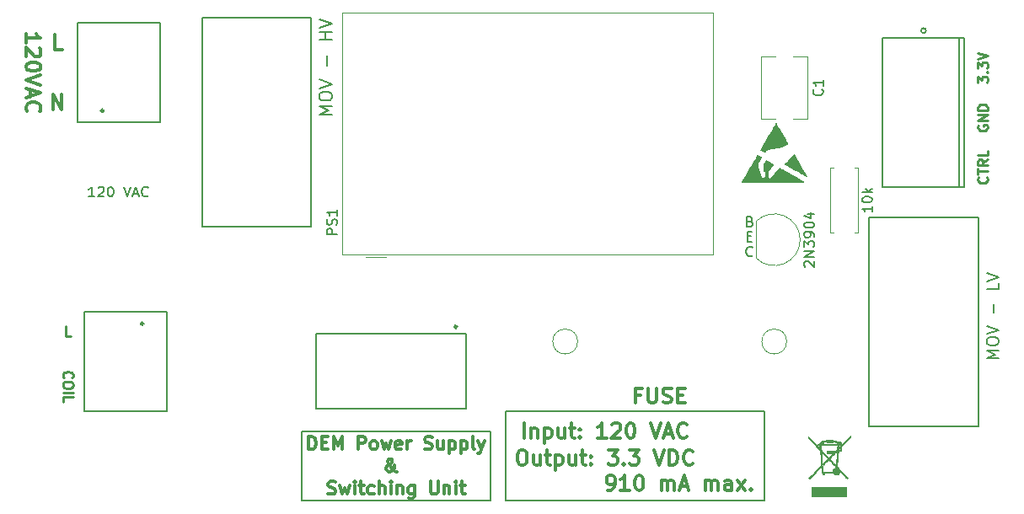
<source format=gbr>
G04 #@! TF.GenerationSoftware,KiCad,Pcbnew,(5.0.1)-4*
G04 #@! TF.CreationDate,2019-03-02T12:20:55-06:00*
G04 #@! TF.ProjectId,PS Rev2,505320526576322E6B696361645F7063,rev?*
G04 #@! TF.SameCoordinates,Original*
G04 #@! TF.FileFunction,Legend,Top*
G04 #@! TF.FilePolarity,Positive*
%FSLAX46Y46*%
G04 Gerber Fmt 4.6, Leading zero omitted, Abs format (unit mm)*
G04 Created by KiCad (PCBNEW (5.0.1)-4) date 2019-03-02 12:20:55 PM*
%MOMM*%
%LPD*%
G01*
G04 APERTURE LIST*
%ADD10C,0.200000*%
%ADD11C,0.300000*%
%ADD12C,0.250000*%
%ADD13C,0.010000*%
%ADD14C,0.120000*%
%ADD15C,0.280000*%
%ADD16C,0.127000*%
%ADD17C,0.203200*%
%ADD18C,0.150000*%
G04 APERTURE END LIST*
D10*
X144571428Y-74928571D02*
X144714285Y-74976190D01*
X144761904Y-75023809D01*
X144809523Y-75119047D01*
X144809523Y-75261904D01*
X144761904Y-75357142D01*
X144714285Y-75404761D01*
X144619047Y-75452380D01*
X144238095Y-75452380D01*
X144238095Y-74452380D01*
X144571428Y-74452380D01*
X144666666Y-74500000D01*
X144714285Y-74547619D01*
X144761904Y-74642857D01*
X144761904Y-74738095D01*
X144714285Y-74833333D01*
X144666666Y-74880952D01*
X144571428Y-74928571D01*
X144238095Y-74928571D01*
X144285714Y-76428571D02*
X144619047Y-76428571D01*
X144761904Y-76952380D02*
X144285714Y-76952380D01*
X144285714Y-75952380D01*
X144761904Y-75952380D01*
X144809523Y-78357142D02*
X144761904Y-78404761D01*
X144619047Y-78452380D01*
X144523809Y-78452380D01*
X144380952Y-78404761D01*
X144285714Y-78309523D01*
X144238095Y-78214285D01*
X144190476Y-78023809D01*
X144190476Y-77880952D01*
X144238095Y-77690476D01*
X144285714Y-77595238D01*
X144380952Y-77500000D01*
X144523809Y-77452380D01*
X144619047Y-77452380D01*
X144761904Y-77500000D01*
X144809523Y-77547619D01*
D11*
X71821428Y-56964285D02*
X71821428Y-56107142D01*
X71821428Y-56535714D02*
X73321428Y-56535714D01*
X73107142Y-56392857D01*
X72964285Y-56250000D01*
X72892857Y-56107142D01*
X73178571Y-57535714D02*
X73250000Y-57607142D01*
X73321428Y-57750000D01*
X73321428Y-58107142D01*
X73250000Y-58250000D01*
X73178571Y-58321428D01*
X73035714Y-58392857D01*
X72892857Y-58392857D01*
X72678571Y-58321428D01*
X71821428Y-57464285D01*
X71821428Y-58392857D01*
X73321428Y-59321428D02*
X73321428Y-59464285D01*
X73250000Y-59607142D01*
X73178571Y-59678571D01*
X73035714Y-59750000D01*
X72750000Y-59821428D01*
X72392857Y-59821428D01*
X72107142Y-59750000D01*
X71964285Y-59678571D01*
X71892857Y-59607142D01*
X71821428Y-59464285D01*
X71821428Y-59321428D01*
X71892857Y-59178571D01*
X71964285Y-59107142D01*
X72107142Y-59035714D01*
X72392857Y-58964285D01*
X72750000Y-58964285D01*
X73035714Y-59035714D01*
X73178571Y-59107142D01*
X73250000Y-59178571D01*
X73321428Y-59321428D01*
X73321428Y-60250000D02*
X71821428Y-60750000D01*
X73321428Y-61250000D01*
X72250000Y-61678571D02*
X72250000Y-62392857D01*
X71821428Y-61535714D02*
X73321428Y-62035714D01*
X71821428Y-62535714D01*
X71964285Y-63892857D02*
X71892857Y-63821428D01*
X71821428Y-63607142D01*
X71821428Y-63464285D01*
X71892857Y-63250000D01*
X72035714Y-63107142D01*
X72178571Y-63035714D01*
X72464285Y-62964285D01*
X72678571Y-62964285D01*
X72964285Y-63035714D01*
X73107142Y-63107142D01*
X73250000Y-63250000D01*
X73321428Y-63464285D01*
X73321428Y-63607142D01*
X73250000Y-63821428D01*
X73178571Y-63892857D01*
X74571428Y-63678571D02*
X74571428Y-62178571D01*
X75428571Y-63678571D01*
X75428571Y-62178571D01*
X75464285Y-57678571D02*
X74750000Y-57678571D01*
X74750000Y-56178571D01*
X133535714Y-92392857D02*
X133035714Y-92392857D01*
X133035714Y-93178571D02*
X133035714Y-91678571D01*
X133750000Y-91678571D01*
X134321428Y-91678571D02*
X134321428Y-92892857D01*
X134392857Y-93035714D01*
X134464285Y-93107142D01*
X134607142Y-93178571D01*
X134892857Y-93178571D01*
X135035714Y-93107142D01*
X135107142Y-93035714D01*
X135178571Y-92892857D01*
X135178571Y-91678571D01*
X135821428Y-93107142D02*
X136035714Y-93178571D01*
X136392857Y-93178571D01*
X136535714Y-93107142D01*
X136607142Y-93035714D01*
X136678571Y-92892857D01*
X136678571Y-92750000D01*
X136607142Y-92607142D01*
X136535714Y-92535714D01*
X136392857Y-92464285D01*
X136107142Y-92392857D01*
X135964285Y-92321428D01*
X135892857Y-92250000D01*
X135821428Y-92107142D01*
X135821428Y-91964285D01*
X135892857Y-91821428D01*
X135964285Y-91750000D01*
X136107142Y-91678571D01*
X136464285Y-91678571D01*
X136678571Y-91750000D01*
X137321428Y-92392857D02*
X137821428Y-92392857D01*
X138035714Y-93178571D02*
X137321428Y-93178571D01*
X137321428Y-91678571D01*
X138035714Y-91678571D01*
D10*
X120000000Y-94000000D02*
X120000000Y-95000000D01*
X146000000Y-94000000D02*
X120000000Y-94000000D01*
X146000000Y-103000000D02*
X146000000Y-94000000D01*
X120000000Y-103000000D02*
X146000000Y-103000000D01*
X120000000Y-95000000D02*
X120000000Y-103000000D01*
X99500000Y-103000000D02*
X99500000Y-96000000D01*
X118500000Y-103000000D02*
X99500000Y-103000000D01*
X118500000Y-96000000D02*
X118500000Y-103000000D01*
X99500000Y-96000000D02*
X118500000Y-96000000D01*
D12*
X75642857Y-90642857D02*
X75595238Y-90595238D01*
X75547619Y-90452380D01*
X75547619Y-90357142D01*
X75595238Y-90214285D01*
X75690476Y-90119047D01*
X75785714Y-90071428D01*
X75976190Y-90023809D01*
X76119047Y-90023809D01*
X76309523Y-90071428D01*
X76404761Y-90119047D01*
X76500000Y-90214285D01*
X76547619Y-90357142D01*
X76547619Y-90452380D01*
X76500000Y-90595238D01*
X76452380Y-90642857D01*
X76547619Y-91261904D02*
X76547619Y-91452380D01*
X76500000Y-91547619D01*
X76404761Y-91642857D01*
X76214285Y-91690476D01*
X75880952Y-91690476D01*
X75690476Y-91642857D01*
X75595238Y-91547619D01*
X75547619Y-91452380D01*
X75547619Y-91261904D01*
X75595238Y-91166666D01*
X75690476Y-91071428D01*
X75880952Y-91023809D01*
X76214285Y-91023809D01*
X76404761Y-91071428D01*
X76500000Y-91166666D01*
X76547619Y-91261904D01*
X75547619Y-92119047D02*
X76547619Y-92119047D01*
X75547619Y-93071428D02*
X75547619Y-92595238D01*
X76547619Y-92595238D01*
X76309523Y-86452380D02*
X75833333Y-86452380D01*
X75833333Y-85452380D01*
D11*
X121535714Y-97903571D02*
X121821428Y-97903571D01*
X121964285Y-97975000D01*
X122107142Y-98117857D01*
X122178571Y-98403571D01*
X122178571Y-98903571D01*
X122107142Y-99189285D01*
X121964285Y-99332142D01*
X121821428Y-99403571D01*
X121535714Y-99403571D01*
X121392857Y-99332142D01*
X121250000Y-99189285D01*
X121178571Y-98903571D01*
X121178571Y-98403571D01*
X121250000Y-98117857D01*
X121392857Y-97975000D01*
X121535714Y-97903571D01*
X123464285Y-98403571D02*
X123464285Y-99403571D01*
X122821428Y-98403571D02*
X122821428Y-99189285D01*
X122892857Y-99332142D01*
X123035714Y-99403571D01*
X123250000Y-99403571D01*
X123392857Y-99332142D01*
X123464285Y-99260714D01*
X123964285Y-98403571D02*
X124535714Y-98403571D01*
X124178571Y-97903571D02*
X124178571Y-99189285D01*
X124250000Y-99332142D01*
X124392857Y-99403571D01*
X124535714Y-99403571D01*
X125035714Y-98403571D02*
X125035714Y-99903571D01*
X125035714Y-98475000D02*
X125178571Y-98403571D01*
X125464285Y-98403571D01*
X125607142Y-98475000D01*
X125678571Y-98546428D01*
X125750000Y-98689285D01*
X125750000Y-99117857D01*
X125678571Y-99260714D01*
X125607142Y-99332142D01*
X125464285Y-99403571D01*
X125178571Y-99403571D01*
X125035714Y-99332142D01*
X127035714Y-98403571D02*
X127035714Y-99403571D01*
X126392857Y-98403571D02*
X126392857Y-99189285D01*
X126464285Y-99332142D01*
X126607142Y-99403571D01*
X126821428Y-99403571D01*
X126964285Y-99332142D01*
X127035714Y-99260714D01*
X127535714Y-98403571D02*
X128107142Y-98403571D01*
X127750000Y-97903571D02*
X127750000Y-99189285D01*
X127821428Y-99332142D01*
X127964285Y-99403571D01*
X128107142Y-99403571D01*
X128607142Y-99260714D02*
X128678571Y-99332142D01*
X128607142Y-99403571D01*
X128535714Y-99332142D01*
X128607142Y-99260714D01*
X128607142Y-99403571D01*
X128607142Y-98475000D02*
X128678571Y-98546428D01*
X128607142Y-98617857D01*
X128535714Y-98546428D01*
X128607142Y-98475000D01*
X128607142Y-98617857D01*
X130321428Y-97903571D02*
X131250000Y-97903571D01*
X130750000Y-98475000D01*
X130964285Y-98475000D01*
X131107142Y-98546428D01*
X131178571Y-98617857D01*
X131250000Y-98760714D01*
X131250000Y-99117857D01*
X131178571Y-99260714D01*
X131107142Y-99332142D01*
X130964285Y-99403571D01*
X130535714Y-99403571D01*
X130392857Y-99332142D01*
X130321428Y-99260714D01*
X131892857Y-99260714D02*
X131964285Y-99332142D01*
X131892857Y-99403571D01*
X131821428Y-99332142D01*
X131892857Y-99260714D01*
X131892857Y-99403571D01*
X132464285Y-97903571D02*
X133392857Y-97903571D01*
X132892857Y-98475000D01*
X133107142Y-98475000D01*
X133250000Y-98546428D01*
X133321428Y-98617857D01*
X133392857Y-98760714D01*
X133392857Y-99117857D01*
X133321428Y-99260714D01*
X133250000Y-99332142D01*
X133107142Y-99403571D01*
X132678571Y-99403571D01*
X132535714Y-99332142D01*
X132464285Y-99260714D01*
X134964285Y-97903571D02*
X135464285Y-99403571D01*
X135964285Y-97903571D01*
X136464285Y-99403571D02*
X136464285Y-97903571D01*
X136821428Y-97903571D01*
X137035714Y-97975000D01*
X137178571Y-98117857D01*
X137250000Y-98260714D01*
X137321428Y-98546428D01*
X137321428Y-98760714D01*
X137250000Y-99046428D01*
X137178571Y-99189285D01*
X137035714Y-99332142D01*
X136821428Y-99403571D01*
X136464285Y-99403571D01*
X138821428Y-99260714D02*
X138750000Y-99332142D01*
X138535714Y-99403571D01*
X138392857Y-99403571D01*
X138178571Y-99332142D01*
X138035714Y-99189285D01*
X137964285Y-99046428D01*
X137892857Y-98760714D01*
X137892857Y-98546428D01*
X137964285Y-98260714D01*
X138035714Y-98117857D01*
X138178571Y-97975000D01*
X138392857Y-97903571D01*
X138535714Y-97903571D01*
X138750000Y-97975000D01*
X138821428Y-98046428D01*
X130285714Y-101953571D02*
X130571428Y-101953571D01*
X130714285Y-101882142D01*
X130785714Y-101810714D01*
X130928571Y-101596428D01*
X131000000Y-101310714D01*
X131000000Y-100739285D01*
X130928571Y-100596428D01*
X130857142Y-100525000D01*
X130714285Y-100453571D01*
X130428571Y-100453571D01*
X130285714Y-100525000D01*
X130214285Y-100596428D01*
X130142857Y-100739285D01*
X130142857Y-101096428D01*
X130214285Y-101239285D01*
X130285714Y-101310714D01*
X130428571Y-101382142D01*
X130714285Y-101382142D01*
X130857142Y-101310714D01*
X130928571Y-101239285D01*
X131000000Y-101096428D01*
X132428571Y-101953571D02*
X131571428Y-101953571D01*
X132000000Y-101953571D02*
X132000000Y-100453571D01*
X131857142Y-100667857D01*
X131714285Y-100810714D01*
X131571428Y-100882142D01*
X133357142Y-100453571D02*
X133500000Y-100453571D01*
X133642857Y-100525000D01*
X133714285Y-100596428D01*
X133785714Y-100739285D01*
X133857142Y-101025000D01*
X133857142Y-101382142D01*
X133785714Y-101667857D01*
X133714285Y-101810714D01*
X133642857Y-101882142D01*
X133500000Y-101953571D01*
X133357142Y-101953571D01*
X133214285Y-101882142D01*
X133142857Y-101810714D01*
X133071428Y-101667857D01*
X133000000Y-101382142D01*
X133000000Y-101025000D01*
X133071428Y-100739285D01*
X133142857Y-100596428D01*
X133214285Y-100525000D01*
X133357142Y-100453571D01*
X135642857Y-101953571D02*
X135642857Y-100953571D01*
X135642857Y-101096428D02*
X135714285Y-101025000D01*
X135857142Y-100953571D01*
X136071428Y-100953571D01*
X136214285Y-101025000D01*
X136285714Y-101167857D01*
X136285714Y-101953571D01*
X136285714Y-101167857D02*
X136357142Y-101025000D01*
X136500000Y-100953571D01*
X136714285Y-100953571D01*
X136857142Y-101025000D01*
X136928571Y-101167857D01*
X136928571Y-101953571D01*
X137571428Y-101525000D02*
X138285714Y-101525000D01*
X137428571Y-101953571D02*
X137928571Y-100453571D01*
X138428571Y-101953571D01*
X140071428Y-101953571D02*
X140071428Y-100953571D01*
X140071428Y-101096428D02*
X140142857Y-101025000D01*
X140285714Y-100953571D01*
X140500000Y-100953571D01*
X140642857Y-101025000D01*
X140714285Y-101167857D01*
X140714285Y-101953571D01*
X140714285Y-101167857D02*
X140785714Y-101025000D01*
X140928571Y-100953571D01*
X141142857Y-100953571D01*
X141285714Y-101025000D01*
X141357142Y-101167857D01*
X141357142Y-101953571D01*
X142714285Y-101953571D02*
X142714285Y-101167857D01*
X142642857Y-101025000D01*
X142500000Y-100953571D01*
X142214285Y-100953571D01*
X142071428Y-101025000D01*
X142714285Y-101882142D02*
X142571428Y-101953571D01*
X142214285Y-101953571D01*
X142071428Y-101882142D01*
X142000000Y-101739285D01*
X142000000Y-101596428D01*
X142071428Y-101453571D01*
X142214285Y-101382142D01*
X142571428Y-101382142D01*
X142714285Y-101310714D01*
X143285714Y-101953571D02*
X144071428Y-100953571D01*
X143285714Y-100953571D02*
X144071428Y-101953571D01*
X144642857Y-101810714D02*
X144714285Y-101882142D01*
X144642857Y-101953571D01*
X144571428Y-101882142D01*
X144642857Y-101810714D01*
X144642857Y-101953571D01*
X121857142Y-96678571D02*
X121857142Y-95178571D01*
X122571428Y-95678571D02*
X122571428Y-96678571D01*
X122571428Y-95821428D02*
X122642857Y-95750000D01*
X122785714Y-95678571D01*
X123000000Y-95678571D01*
X123142857Y-95750000D01*
X123214285Y-95892857D01*
X123214285Y-96678571D01*
X123928571Y-95678571D02*
X123928571Y-97178571D01*
X123928571Y-95750000D02*
X124071428Y-95678571D01*
X124357142Y-95678571D01*
X124500000Y-95750000D01*
X124571428Y-95821428D01*
X124642857Y-95964285D01*
X124642857Y-96392857D01*
X124571428Y-96535714D01*
X124500000Y-96607142D01*
X124357142Y-96678571D01*
X124071428Y-96678571D01*
X123928571Y-96607142D01*
X125928571Y-95678571D02*
X125928571Y-96678571D01*
X125285714Y-95678571D02*
X125285714Y-96464285D01*
X125357142Y-96607142D01*
X125500000Y-96678571D01*
X125714285Y-96678571D01*
X125857142Y-96607142D01*
X125928571Y-96535714D01*
X126428571Y-95678571D02*
X127000000Y-95678571D01*
X126642857Y-95178571D02*
X126642857Y-96464285D01*
X126714285Y-96607142D01*
X126857142Y-96678571D01*
X127000000Y-96678571D01*
X127500000Y-96535714D02*
X127571428Y-96607142D01*
X127500000Y-96678571D01*
X127428571Y-96607142D01*
X127500000Y-96535714D01*
X127500000Y-96678571D01*
X127500000Y-95750000D02*
X127571428Y-95821428D01*
X127500000Y-95892857D01*
X127428571Y-95821428D01*
X127500000Y-95750000D01*
X127500000Y-95892857D01*
X130142857Y-96678571D02*
X129285714Y-96678571D01*
X129714285Y-96678571D02*
X129714285Y-95178571D01*
X129571428Y-95392857D01*
X129428571Y-95535714D01*
X129285714Y-95607142D01*
X130714285Y-95321428D02*
X130785714Y-95250000D01*
X130928571Y-95178571D01*
X131285714Y-95178571D01*
X131428571Y-95250000D01*
X131500000Y-95321428D01*
X131571428Y-95464285D01*
X131571428Y-95607142D01*
X131500000Y-95821428D01*
X130642857Y-96678571D01*
X131571428Y-96678571D01*
X132500000Y-95178571D02*
X132642857Y-95178571D01*
X132785714Y-95250000D01*
X132857142Y-95321428D01*
X132928571Y-95464285D01*
X133000000Y-95750000D01*
X133000000Y-96107142D01*
X132928571Y-96392857D01*
X132857142Y-96535714D01*
X132785714Y-96607142D01*
X132642857Y-96678571D01*
X132500000Y-96678571D01*
X132357142Y-96607142D01*
X132285714Y-96535714D01*
X132214285Y-96392857D01*
X132142857Y-96107142D01*
X132142857Y-95750000D01*
X132214285Y-95464285D01*
X132285714Y-95321428D01*
X132357142Y-95250000D01*
X132500000Y-95178571D01*
X134571428Y-95178571D02*
X135071428Y-96678571D01*
X135571428Y-95178571D01*
X136000000Y-96250000D02*
X136714285Y-96250000D01*
X135857142Y-96678571D02*
X136357142Y-95178571D01*
X136857142Y-96678571D01*
X138214285Y-96535714D02*
X138142857Y-96607142D01*
X137928571Y-96678571D01*
X137785714Y-96678571D01*
X137571428Y-96607142D01*
X137428571Y-96464285D01*
X137357142Y-96321428D01*
X137285714Y-96035714D01*
X137285714Y-95821428D01*
X137357142Y-95535714D01*
X137428571Y-95392857D01*
X137571428Y-95250000D01*
X137785714Y-95178571D01*
X137928571Y-95178571D01*
X138142857Y-95250000D01*
X138214285Y-95321428D01*
X100240476Y-97838095D02*
X100240476Y-96538095D01*
X100550000Y-96538095D01*
X100735714Y-96600000D01*
X100859523Y-96723809D01*
X100921428Y-96847619D01*
X100983333Y-97095238D01*
X100983333Y-97280952D01*
X100921428Y-97528571D01*
X100859523Y-97652380D01*
X100735714Y-97776190D01*
X100550000Y-97838095D01*
X100240476Y-97838095D01*
X101540476Y-97157142D02*
X101973809Y-97157142D01*
X102159523Y-97838095D02*
X101540476Y-97838095D01*
X101540476Y-96538095D01*
X102159523Y-96538095D01*
X102716666Y-97838095D02*
X102716666Y-96538095D01*
X103150000Y-97466666D01*
X103583333Y-96538095D01*
X103583333Y-97838095D01*
X105192857Y-97838095D02*
X105192857Y-96538095D01*
X105688095Y-96538095D01*
X105811904Y-96600000D01*
X105873809Y-96661904D01*
X105935714Y-96785714D01*
X105935714Y-96971428D01*
X105873809Y-97095238D01*
X105811904Y-97157142D01*
X105688095Y-97219047D01*
X105192857Y-97219047D01*
X106678571Y-97838095D02*
X106554761Y-97776190D01*
X106492857Y-97714285D01*
X106430952Y-97590476D01*
X106430952Y-97219047D01*
X106492857Y-97095238D01*
X106554761Y-97033333D01*
X106678571Y-96971428D01*
X106864285Y-96971428D01*
X106988095Y-97033333D01*
X107050000Y-97095238D01*
X107111904Y-97219047D01*
X107111904Y-97590476D01*
X107050000Y-97714285D01*
X106988095Y-97776190D01*
X106864285Y-97838095D01*
X106678571Y-97838095D01*
X107545238Y-96971428D02*
X107792857Y-97838095D01*
X108040476Y-97219047D01*
X108288095Y-97838095D01*
X108535714Y-96971428D01*
X109526190Y-97776190D02*
X109402380Y-97838095D01*
X109154761Y-97838095D01*
X109030952Y-97776190D01*
X108969047Y-97652380D01*
X108969047Y-97157142D01*
X109030952Y-97033333D01*
X109154761Y-96971428D01*
X109402380Y-96971428D01*
X109526190Y-97033333D01*
X109588095Y-97157142D01*
X109588095Y-97280952D01*
X108969047Y-97404761D01*
X110145238Y-97838095D02*
X110145238Y-96971428D01*
X110145238Y-97219047D02*
X110207142Y-97095238D01*
X110269047Y-97033333D01*
X110392857Y-96971428D01*
X110516666Y-96971428D01*
X111878571Y-97776190D02*
X112064285Y-97838095D01*
X112373809Y-97838095D01*
X112497619Y-97776190D01*
X112559523Y-97714285D01*
X112621428Y-97590476D01*
X112621428Y-97466666D01*
X112559523Y-97342857D01*
X112497619Y-97280952D01*
X112373809Y-97219047D01*
X112126190Y-97157142D01*
X112002380Y-97095238D01*
X111940476Y-97033333D01*
X111878571Y-96909523D01*
X111878571Y-96785714D01*
X111940476Y-96661904D01*
X112002380Y-96600000D01*
X112126190Y-96538095D01*
X112435714Y-96538095D01*
X112621428Y-96600000D01*
X113735714Y-96971428D02*
X113735714Y-97838095D01*
X113178571Y-96971428D02*
X113178571Y-97652380D01*
X113240476Y-97776190D01*
X113364285Y-97838095D01*
X113550000Y-97838095D01*
X113673809Y-97776190D01*
X113735714Y-97714285D01*
X114354761Y-96971428D02*
X114354761Y-98271428D01*
X114354761Y-97033333D02*
X114478571Y-96971428D01*
X114726190Y-96971428D01*
X114850000Y-97033333D01*
X114911904Y-97095238D01*
X114973809Y-97219047D01*
X114973809Y-97590476D01*
X114911904Y-97714285D01*
X114850000Y-97776190D01*
X114726190Y-97838095D01*
X114478571Y-97838095D01*
X114354761Y-97776190D01*
X115530952Y-96971428D02*
X115530952Y-98271428D01*
X115530952Y-97033333D02*
X115654761Y-96971428D01*
X115902380Y-96971428D01*
X116026190Y-97033333D01*
X116088095Y-97095238D01*
X116150000Y-97219047D01*
X116150000Y-97590476D01*
X116088095Y-97714285D01*
X116026190Y-97776190D01*
X115902380Y-97838095D01*
X115654761Y-97838095D01*
X115530952Y-97776190D01*
X116892857Y-97838095D02*
X116769047Y-97776190D01*
X116707142Y-97652380D01*
X116707142Y-96538095D01*
X117264285Y-96971428D02*
X117573809Y-97838095D01*
X117883333Y-96971428D02*
X117573809Y-97838095D01*
X117450000Y-98147619D01*
X117388095Y-98209523D01*
X117264285Y-98271428D01*
X109061904Y-100088095D02*
X109000000Y-100088095D01*
X108876190Y-100026190D01*
X108690476Y-99840476D01*
X108380952Y-99469047D01*
X108257142Y-99283333D01*
X108195238Y-99097619D01*
X108195238Y-98973809D01*
X108257142Y-98850000D01*
X108380952Y-98788095D01*
X108442857Y-98788095D01*
X108566666Y-98850000D01*
X108628571Y-98973809D01*
X108628571Y-99035714D01*
X108566666Y-99159523D01*
X108504761Y-99221428D01*
X108133333Y-99469047D01*
X108071428Y-99530952D01*
X108009523Y-99654761D01*
X108009523Y-99840476D01*
X108071428Y-99964285D01*
X108133333Y-100026190D01*
X108257142Y-100088095D01*
X108442857Y-100088095D01*
X108566666Y-100026190D01*
X108628571Y-99964285D01*
X108814285Y-99716666D01*
X108876190Y-99530952D01*
X108876190Y-99407142D01*
X102190476Y-102276190D02*
X102376190Y-102338095D01*
X102685714Y-102338095D01*
X102809523Y-102276190D01*
X102871428Y-102214285D01*
X102933333Y-102090476D01*
X102933333Y-101966666D01*
X102871428Y-101842857D01*
X102809523Y-101780952D01*
X102685714Y-101719047D01*
X102438095Y-101657142D01*
X102314285Y-101595238D01*
X102252380Y-101533333D01*
X102190476Y-101409523D01*
X102190476Y-101285714D01*
X102252380Y-101161904D01*
X102314285Y-101100000D01*
X102438095Y-101038095D01*
X102747619Y-101038095D01*
X102933333Y-101100000D01*
X103366666Y-101471428D02*
X103614285Y-102338095D01*
X103861904Y-101719047D01*
X104109523Y-102338095D01*
X104357142Y-101471428D01*
X104852380Y-102338095D02*
X104852380Y-101471428D01*
X104852380Y-101038095D02*
X104790476Y-101100000D01*
X104852380Y-101161904D01*
X104914285Y-101100000D01*
X104852380Y-101038095D01*
X104852380Y-101161904D01*
X105285714Y-101471428D02*
X105780952Y-101471428D01*
X105471428Y-101038095D02*
X105471428Y-102152380D01*
X105533333Y-102276190D01*
X105657142Y-102338095D01*
X105780952Y-102338095D01*
X106771428Y-102276190D02*
X106647619Y-102338095D01*
X106400000Y-102338095D01*
X106276190Y-102276190D01*
X106214285Y-102214285D01*
X106152380Y-102090476D01*
X106152380Y-101719047D01*
X106214285Y-101595238D01*
X106276190Y-101533333D01*
X106400000Y-101471428D01*
X106647619Y-101471428D01*
X106771428Y-101533333D01*
X107328571Y-102338095D02*
X107328571Y-101038095D01*
X107885714Y-102338095D02*
X107885714Y-101657142D01*
X107823809Y-101533333D01*
X107700000Y-101471428D01*
X107514285Y-101471428D01*
X107390476Y-101533333D01*
X107328571Y-101595238D01*
X108504761Y-102338095D02*
X108504761Y-101471428D01*
X108504761Y-101038095D02*
X108442857Y-101100000D01*
X108504761Y-101161904D01*
X108566666Y-101100000D01*
X108504761Y-101038095D01*
X108504761Y-101161904D01*
X109123809Y-101471428D02*
X109123809Y-102338095D01*
X109123809Y-101595238D02*
X109185714Y-101533333D01*
X109309523Y-101471428D01*
X109495238Y-101471428D01*
X109619047Y-101533333D01*
X109680952Y-101657142D01*
X109680952Y-102338095D01*
X110857142Y-101471428D02*
X110857142Y-102523809D01*
X110795238Y-102647619D01*
X110733333Y-102709523D01*
X110609523Y-102771428D01*
X110423809Y-102771428D01*
X110300000Y-102709523D01*
X110857142Y-102276190D02*
X110733333Y-102338095D01*
X110485714Y-102338095D01*
X110361904Y-102276190D01*
X110300000Y-102214285D01*
X110238095Y-102090476D01*
X110238095Y-101719047D01*
X110300000Y-101595238D01*
X110361904Y-101533333D01*
X110485714Y-101471428D01*
X110733333Y-101471428D01*
X110857142Y-101533333D01*
X112466666Y-101038095D02*
X112466666Y-102090476D01*
X112528571Y-102214285D01*
X112590476Y-102276190D01*
X112714285Y-102338095D01*
X112961904Y-102338095D01*
X113085714Y-102276190D01*
X113147619Y-102214285D01*
X113209523Y-102090476D01*
X113209523Y-101038095D01*
X113828571Y-101471428D02*
X113828571Y-102338095D01*
X113828571Y-101595238D02*
X113890476Y-101533333D01*
X114014285Y-101471428D01*
X114200000Y-101471428D01*
X114323809Y-101533333D01*
X114385714Y-101657142D01*
X114385714Y-102338095D01*
X115004761Y-102338095D02*
X115004761Y-101471428D01*
X115004761Y-101038095D02*
X114942857Y-101100000D01*
X115004761Y-101161904D01*
X115066666Y-101100000D01*
X115004761Y-101038095D01*
X115004761Y-101161904D01*
X115438095Y-101471428D02*
X115933333Y-101471428D01*
X115623809Y-101038095D02*
X115623809Y-102152380D01*
X115685714Y-102276190D01*
X115809523Y-102338095D01*
X115933333Y-102338095D01*
D12*
X168357142Y-70476190D02*
X168404761Y-70523809D01*
X168452380Y-70666666D01*
X168452380Y-70761904D01*
X168404761Y-70904761D01*
X168309523Y-71000000D01*
X168214285Y-71047619D01*
X168023809Y-71095238D01*
X167880952Y-71095238D01*
X167690476Y-71047619D01*
X167595238Y-71000000D01*
X167500000Y-70904761D01*
X167452380Y-70761904D01*
X167452380Y-70666666D01*
X167500000Y-70523809D01*
X167547619Y-70476190D01*
X167452380Y-70190476D02*
X167452380Y-69619047D01*
X168452380Y-69904761D02*
X167452380Y-69904761D01*
X168452380Y-68714285D02*
X167976190Y-69047619D01*
X168452380Y-69285714D02*
X167452380Y-69285714D01*
X167452380Y-68904761D01*
X167500000Y-68809523D01*
X167547619Y-68761904D01*
X167642857Y-68714285D01*
X167785714Y-68714285D01*
X167880952Y-68761904D01*
X167928571Y-68809523D01*
X167976190Y-68904761D01*
X167976190Y-69285714D01*
X168452380Y-67809523D02*
X168452380Y-68285714D01*
X167452380Y-68285714D01*
X167500000Y-65261904D02*
X167452380Y-65357142D01*
X167452380Y-65500000D01*
X167500000Y-65642857D01*
X167595238Y-65738095D01*
X167690476Y-65785714D01*
X167880952Y-65833333D01*
X168023809Y-65833333D01*
X168214285Y-65785714D01*
X168309523Y-65738095D01*
X168404761Y-65642857D01*
X168452380Y-65500000D01*
X168452380Y-65404761D01*
X168404761Y-65261904D01*
X168357142Y-65214285D01*
X168023809Y-65214285D01*
X168023809Y-65404761D01*
X168452380Y-64785714D02*
X167452380Y-64785714D01*
X168452380Y-64214285D01*
X167452380Y-64214285D01*
X168452380Y-63738095D02*
X167452380Y-63738095D01*
X167452380Y-63500000D01*
X167500000Y-63357142D01*
X167595238Y-63261904D01*
X167690476Y-63214285D01*
X167880952Y-63166666D01*
X168023809Y-63166666D01*
X168214285Y-63214285D01*
X168309523Y-63261904D01*
X168404761Y-63357142D01*
X168452380Y-63500000D01*
X168452380Y-63738095D01*
X167452380Y-60976190D02*
X167452380Y-60357142D01*
X167833333Y-60690476D01*
X167833333Y-60547619D01*
X167880952Y-60452380D01*
X167928571Y-60404761D01*
X168023809Y-60357142D01*
X168261904Y-60357142D01*
X168357142Y-60404761D01*
X168404761Y-60452380D01*
X168452380Y-60547619D01*
X168452380Y-60833333D01*
X168404761Y-60928571D01*
X168357142Y-60976190D01*
X168357142Y-59928571D02*
X168404761Y-59880952D01*
X168452380Y-59928571D01*
X168404761Y-59976190D01*
X168357142Y-59928571D01*
X168452380Y-59928571D01*
X167452380Y-59547619D02*
X167452380Y-58928571D01*
X167833333Y-59261904D01*
X167833333Y-59119047D01*
X167880952Y-59023809D01*
X167928571Y-58976190D01*
X168023809Y-58928571D01*
X168261904Y-58928571D01*
X168357142Y-58976190D01*
X168404761Y-59023809D01*
X168452380Y-59119047D01*
X168452380Y-59404761D01*
X168404761Y-59500000D01*
X168357142Y-59547619D01*
X167452380Y-58642857D02*
X168452380Y-58309523D01*
X167452380Y-57976190D01*
D13*
G04 #@! TO.C,REF\002A\002A*
G36*
X147164043Y-65085835D02*
X147187065Y-65123245D01*
X147222534Y-65182514D01*
X147268996Y-65261118D01*
X147324996Y-65356538D01*
X147389081Y-65466250D01*
X147459796Y-65587734D01*
X147535687Y-65718468D01*
X147615299Y-65855930D01*
X147697178Y-65997598D01*
X147779870Y-66140951D01*
X147861921Y-66283467D01*
X147941876Y-66422624D01*
X148018281Y-66555901D01*
X148089682Y-66680776D01*
X148154624Y-66794727D01*
X148211653Y-66895233D01*
X148259315Y-66979772D01*
X148296155Y-67045822D01*
X148320720Y-67090862D01*
X148331554Y-67112370D01*
X148331951Y-67113714D01*
X148318501Y-67131965D01*
X148281114Y-67159882D01*
X148224235Y-67194725D01*
X148152312Y-67233754D01*
X148077015Y-67270843D01*
X147974560Y-67315817D01*
X147866817Y-67356226D01*
X147750073Y-67392969D01*
X147620618Y-67426942D01*
X147474740Y-67459044D01*
X147308726Y-67490173D01*
X147118866Y-67521227D01*
X146922469Y-67550145D01*
X146751834Y-67575800D01*
X146608545Y-67601198D01*
X146489008Y-67627602D01*
X146389630Y-67656273D01*
X146306818Y-67688473D01*
X146236978Y-67725465D01*
X146176518Y-67768512D01*
X146121845Y-67818875D01*
X146104214Y-67837583D01*
X146066000Y-67881139D01*
X146037732Y-67916682D01*
X146024618Y-67937583D01*
X146024268Y-67939297D01*
X146019680Y-67949806D01*
X146003758Y-67949924D01*
X145973266Y-67938254D01*
X145924968Y-67913396D01*
X145855627Y-67873952D01*
X145807439Y-67845587D01*
X145735583Y-67801247D01*
X145679742Y-67763279D01*
X145643667Y-67734416D01*
X145631113Y-67717388D01*
X145631121Y-67717264D01*
X145638906Y-67701037D01*
X145660892Y-67660400D01*
X145695803Y-67597567D01*
X145742363Y-67514752D01*
X145799295Y-67414172D01*
X145865323Y-67298040D01*
X145939172Y-67168571D01*
X146019564Y-67027980D01*
X146105224Y-66878482D01*
X146194876Y-66722292D01*
X146287243Y-66561624D01*
X146381049Y-66398693D01*
X146475018Y-66235713D01*
X146567874Y-66074900D01*
X146658340Y-65918468D01*
X146745141Y-65768633D01*
X146827000Y-65627608D01*
X146902641Y-65497609D01*
X146970787Y-65380849D01*
X147030163Y-65279545D01*
X147079493Y-65195911D01*
X147117500Y-65132162D01*
X147142907Y-65090511D01*
X147154440Y-65073175D01*
X147154923Y-65072805D01*
X147164043Y-65085835D01*
X147164043Y-65085835D01*
G37*
X147164043Y-65085835D02*
X147187065Y-65123245D01*
X147222534Y-65182514D01*
X147268996Y-65261118D01*
X147324996Y-65356538D01*
X147389081Y-65466250D01*
X147459796Y-65587734D01*
X147535687Y-65718468D01*
X147615299Y-65855930D01*
X147697178Y-65997598D01*
X147779870Y-66140951D01*
X147861921Y-66283467D01*
X147941876Y-66422624D01*
X148018281Y-66555901D01*
X148089682Y-66680776D01*
X148154624Y-66794727D01*
X148211653Y-66895233D01*
X148259315Y-66979772D01*
X148296155Y-67045822D01*
X148320720Y-67090862D01*
X148331554Y-67112370D01*
X148331951Y-67113714D01*
X148318501Y-67131965D01*
X148281114Y-67159882D01*
X148224235Y-67194725D01*
X148152312Y-67233754D01*
X148077015Y-67270843D01*
X147974560Y-67315817D01*
X147866817Y-67356226D01*
X147750073Y-67392969D01*
X147620618Y-67426942D01*
X147474740Y-67459044D01*
X147308726Y-67490173D01*
X147118866Y-67521227D01*
X146922469Y-67550145D01*
X146751834Y-67575800D01*
X146608545Y-67601198D01*
X146489008Y-67627602D01*
X146389630Y-67656273D01*
X146306818Y-67688473D01*
X146236978Y-67725465D01*
X146176518Y-67768512D01*
X146121845Y-67818875D01*
X146104214Y-67837583D01*
X146066000Y-67881139D01*
X146037732Y-67916682D01*
X146024618Y-67937583D01*
X146024268Y-67939297D01*
X146019680Y-67949806D01*
X146003758Y-67949924D01*
X145973266Y-67938254D01*
X145924968Y-67913396D01*
X145855627Y-67873952D01*
X145807439Y-67845587D01*
X145735583Y-67801247D01*
X145679742Y-67763279D01*
X145643667Y-67734416D01*
X145631113Y-67717388D01*
X145631121Y-67717264D01*
X145638906Y-67701037D01*
X145660892Y-67660400D01*
X145695803Y-67597567D01*
X145742363Y-67514752D01*
X145799295Y-67414172D01*
X145865323Y-67298040D01*
X145939172Y-67168571D01*
X146019564Y-67027980D01*
X146105224Y-66878482D01*
X146194876Y-66722292D01*
X146287243Y-66561624D01*
X146381049Y-66398693D01*
X146475018Y-66235713D01*
X146567874Y-66074900D01*
X146658340Y-65918468D01*
X146745141Y-65768633D01*
X146827000Y-65627608D01*
X146902641Y-65497609D01*
X146970787Y-65380849D01*
X147030163Y-65279545D01*
X147079493Y-65195911D01*
X147117500Y-65132162D01*
X147142907Y-65090511D01*
X147154440Y-65073175D01*
X147154923Y-65072805D01*
X147164043Y-65085835D01*
G36*
X148987528Y-68234619D02*
X148998908Y-68253693D01*
X149024488Y-68297421D01*
X149063002Y-68363619D01*
X149113186Y-68450102D01*
X149173775Y-68554685D01*
X149243503Y-68675183D01*
X149321107Y-68809412D01*
X149405320Y-68955187D01*
X149494879Y-69110323D01*
X149586998Y-69270000D01*
X149681076Y-69433117D01*
X149771402Y-69589709D01*
X149856665Y-69737506D01*
X149935557Y-69874240D01*
X150006769Y-69997642D01*
X150068991Y-70105444D01*
X150120913Y-70195377D01*
X150161228Y-70265173D01*
X150188624Y-70312564D01*
X150201507Y-70334786D01*
X150222507Y-70372330D01*
X150233925Y-70395831D01*
X150234551Y-70399920D01*
X150220636Y-70392242D01*
X150181941Y-70370203D01*
X150120487Y-70334971D01*
X150038298Y-70287711D01*
X149937396Y-70229589D01*
X149819805Y-70161771D01*
X149687546Y-70085424D01*
X149542642Y-70001714D01*
X149387117Y-69911806D01*
X149222992Y-69816867D01*
X149160549Y-69780732D01*
X148993487Y-69684083D01*
X148834074Y-69591938D01*
X148684355Y-69505475D01*
X148546376Y-69425871D01*
X148422185Y-69354305D01*
X148313827Y-69291955D01*
X148223348Y-69239998D01*
X148152796Y-69199613D01*
X148104215Y-69171978D01*
X148079654Y-69158272D01*
X148077085Y-69156974D01*
X148084569Y-69145220D01*
X148110614Y-69113795D01*
X148152559Y-69065594D01*
X148207746Y-69003510D01*
X148273517Y-68930439D01*
X148347212Y-68849276D01*
X148426173Y-68762916D01*
X148507740Y-68674253D01*
X148589254Y-68586182D01*
X148668057Y-68501599D01*
X148741490Y-68423397D01*
X148806893Y-68354472D01*
X148861608Y-68297719D01*
X148902977Y-68256032D01*
X148917164Y-68242363D01*
X148964180Y-68198201D01*
X148987528Y-68234619D01*
X148987528Y-68234619D01*
G37*
X148987528Y-68234619D02*
X148998908Y-68253693D01*
X149024488Y-68297421D01*
X149063002Y-68363619D01*
X149113186Y-68450102D01*
X149173775Y-68554685D01*
X149243503Y-68675183D01*
X149321107Y-68809412D01*
X149405320Y-68955187D01*
X149494879Y-69110323D01*
X149586998Y-69270000D01*
X149681076Y-69433117D01*
X149771402Y-69589709D01*
X149856665Y-69737506D01*
X149935557Y-69874240D01*
X150006769Y-69997642D01*
X150068991Y-70105444D01*
X150120913Y-70195377D01*
X150161228Y-70265173D01*
X150188624Y-70312564D01*
X150201507Y-70334786D01*
X150222507Y-70372330D01*
X150233925Y-70395831D01*
X150234551Y-70399920D01*
X150220636Y-70392242D01*
X150181941Y-70370203D01*
X150120487Y-70334971D01*
X150038298Y-70287711D01*
X149937396Y-70229589D01*
X149819805Y-70161771D01*
X149687546Y-70085424D01*
X149542642Y-70001714D01*
X149387117Y-69911806D01*
X149222992Y-69816867D01*
X149160549Y-69780732D01*
X148993487Y-69684083D01*
X148834074Y-69591938D01*
X148684355Y-69505475D01*
X148546376Y-69425871D01*
X148422185Y-69354305D01*
X148313827Y-69291955D01*
X148223348Y-69239998D01*
X148152796Y-69199613D01*
X148104215Y-69171978D01*
X148079654Y-69158272D01*
X148077085Y-69156974D01*
X148084569Y-69145220D01*
X148110614Y-69113795D01*
X148152559Y-69065594D01*
X148207746Y-69003510D01*
X148273517Y-68930439D01*
X148347212Y-68849276D01*
X148426173Y-68762916D01*
X148507740Y-68674253D01*
X148589254Y-68586182D01*
X148668057Y-68501599D01*
X148741490Y-68423397D01*
X148806893Y-68354472D01*
X148861608Y-68297719D01*
X148902977Y-68256032D01*
X148917164Y-68242363D01*
X148964180Y-68198201D01*
X148987528Y-68234619D01*
G36*
X145322094Y-68291158D02*
X145354619Y-68303736D01*
X145404193Y-68328712D01*
X145475374Y-68367876D01*
X145480916Y-68370988D01*
X145546474Y-68408476D01*
X145601798Y-68441319D01*
X145641455Y-68466205D01*
X145660012Y-68479820D01*
X145660531Y-68480487D01*
X145656048Y-68499390D01*
X145635486Y-68541605D01*
X145600183Y-68604832D01*
X145551480Y-68686772D01*
X145490718Y-68785122D01*
X145419236Y-68897585D01*
X145401445Y-68925165D01*
X145355093Y-69001699D01*
X145321342Y-69067556D01*
X145303153Y-69116782D01*
X145301286Y-69126507D01*
X145302115Y-69169312D01*
X145311394Y-69237209D01*
X145327968Y-69325843D01*
X145350680Y-69430859D01*
X145378373Y-69547902D01*
X145409890Y-69672616D01*
X145444075Y-69800645D01*
X145479771Y-69927634D01*
X145515821Y-70049228D01*
X145551068Y-70161072D01*
X145584356Y-70258810D01*
X145614528Y-70338087D01*
X145635561Y-70385122D01*
X145660337Y-70435225D01*
X145683730Y-70483168D01*
X145684997Y-70485793D01*
X145723699Y-70534220D01*
X145780184Y-70566828D01*
X145845939Y-70582454D01*
X145912451Y-70579937D01*
X145971205Y-70558114D01*
X146004258Y-70529382D01*
X146051859Y-70450583D01*
X146086739Y-70352378D01*
X146105877Y-70244779D01*
X146108588Y-70183780D01*
X146097670Y-70069935D01*
X146065624Y-69975660D01*
X146010726Y-69896379D01*
X145993607Y-69878733D01*
X145942661Y-69829235D01*
X145939163Y-69479362D01*
X145935664Y-69129489D01*
X146024818Y-68994531D01*
X146066654Y-68933445D01*
X146106945Y-68878493D01*
X146139943Y-68837336D01*
X146154126Y-68822192D01*
X146194281Y-68784810D01*
X146248665Y-68814098D01*
X146283039Y-68835084D01*
X146301846Y-68851378D01*
X146303049Y-68854307D01*
X146315903Y-68866728D01*
X146337896Y-68875977D01*
X146359150Y-68884313D01*
X146391694Y-68900149D01*
X146438322Y-68925033D01*
X146501829Y-68960509D01*
X146585008Y-69008123D01*
X146690653Y-69069422D01*
X146748062Y-69102932D01*
X146815594Y-69143071D01*
X146859885Y-69171659D01*
X146884855Y-69192039D01*
X146894423Y-69207553D01*
X146892508Y-69221546D01*
X146890911Y-69224796D01*
X146875376Y-69245266D01*
X146842136Y-69283665D01*
X146795062Y-69335696D01*
X146738028Y-69397066D01*
X146688700Y-69449090D01*
X146575030Y-69572567D01*
X146486105Y-69679591D01*
X146421134Y-69771240D01*
X146379321Y-69848588D01*
X146365217Y-69887866D01*
X146359392Y-69922249D01*
X146353375Y-69980899D01*
X146347696Y-70057117D01*
X146342884Y-70144202D01*
X146340619Y-70199268D01*
X146337459Y-70294464D01*
X146336069Y-70364062D01*
X146336858Y-70413409D01*
X146340235Y-70447854D01*
X146346608Y-70472743D01*
X146356387Y-70493425D01*
X146364067Y-70506053D01*
X146408421Y-70554726D01*
X146465574Y-70588645D01*
X146525708Y-70603438D01*
X146570773Y-70598086D01*
X146611576Y-70574930D01*
X146662724Y-70533462D01*
X146717042Y-70480912D01*
X146767357Y-70424516D01*
X146806494Y-70371505D01*
X146820905Y-70345889D01*
X146842491Y-70310814D01*
X146881753Y-70257389D01*
X146935102Y-70189789D01*
X146998952Y-70112190D01*
X147069715Y-70028768D01*
X147143804Y-69943698D01*
X147217632Y-69861155D01*
X147287611Y-69785316D01*
X147350155Y-69720356D01*
X147399260Y-69672669D01*
X147453779Y-69625032D01*
X147499642Y-69589908D01*
X147531811Y-69570949D01*
X147542489Y-69568864D01*
X147558853Y-69577274D01*
X147599671Y-69599846D01*
X147662586Y-69635224D01*
X147745244Y-69682054D01*
X147845289Y-69738981D01*
X147960366Y-69804649D01*
X148088119Y-69877703D01*
X148226194Y-69956788D01*
X148372234Y-70040548D01*
X148523884Y-70127629D01*
X148678790Y-70216676D01*
X148834595Y-70306332D01*
X148988944Y-70395243D01*
X149139482Y-70482054D01*
X149283854Y-70565409D01*
X149419704Y-70643954D01*
X149544677Y-70716333D01*
X149656417Y-70781190D01*
X149752570Y-70837171D01*
X149830779Y-70882920D01*
X149888689Y-70917083D01*
X149923946Y-70938304D01*
X149934165Y-70944963D01*
X149920402Y-70946280D01*
X149877104Y-70947559D01*
X149805714Y-70948796D01*
X149707673Y-70949983D01*
X149584422Y-70951115D01*
X149437403Y-70952186D01*
X149268057Y-70953189D01*
X149077826Y-70954119D01*
X148868151Y-70954968D01*
X148640473Y-70955732D01*
X148396235Y-70956403D01*
X148136877Y-70956976D01*
X147863841Y-70957444D01*
X147578568Y-70957802D01*
X147282500Y-70958042D01*
X146977079Y-70958159D01*
X146848924Y-70958171D01*
X143748970Y-70958171D01*
X143970053Y-70574847D01*
X144016856Y-70493680D01*
X144077102Y-70389166D01*
X144148778Y-70264801D01*
X144229869Y-70124082D01*
X144318362Y-69970503D01*
X144412240Y-69807562D01*
X144509491Y-69638754D01*
X144608100Y-69467575D01*
X144706053Y-69297521D01*
X144730825Y-69254512D01*
X144821152Y-69097857D01*
X144907289Y-68948803D01*
X144987942Y-68809568D01*
X145061816Y-68682371D01*
X145127617Y-68569432D01*
X145184050Y-68472968D01*
X145229821Y-68395200D01*
X145263635Y-68338346D01*
X145284198Y-68304625D01*
X145289953Y-68296040D01*
X145302058Y-68289189D01*
X145322094Y-68291158D01*
X145322094Y-68291158D01*
G37*
X145322094Y-68291158D02*
X145354619Y-68303736D01*
X145404193Y-68328712D01*
X145475374Y-68367876D01*
X145480916Y-68370988D01*
X145546474Y-68408476D01*
X145601798Y-68441319D01*
X145641455Y-68466205D01*
X145660012Y-68479820D01*
X145660531Y-68480487D01*
X145656048Y-68499390D01*
X145635486Y-68541605D01*
X145600183Y-68604832D01*
X145551480Y-68686772D01*
X145490718Y-68785122D01*
X145419236Y-68897585D01*
X145401445Y-68925165D01*
X145355093Y-69001699D01*
X145321342Y-69067556D01*
X145303153Y-69116782D01*
X145301286Y-69126507D01*
X145302115Y-69169312D01*
X145311394Y-69237209D01*
X145327968Y-69325843D01*
X145350680Y-69430859D01*
X145378373Y-69547902D01*
X145409890Y-69672616D01*
X145444075Y-69800645D01*
X145479771Y-69927634D01*
X145515821Y-70049228D01*
X145551068Y-70161072D01*
X145584356Y-70258810D01*
X145614528Y-70338087D01*
X145635561Y-70385122D01*
X145660337Y-70435225D01*
X145683730Y-70483168D01*
X145684997Y-70485793D01*
X145723699Y-70534220D01*
X145780184Y-70566828D01*
X145845939Y-70582454D01*
X145912451Y-70579937D01*
X145971205Y-70558114D01*
X146004258Y-70529382D01*
X146051859Y-70450583D01*
X146086739Y-70352378D01*
X146105877Y-70244779D01*
X146108588Y-70183780D01*
X146097670Y-70069935D01*
X146065624Y-69975660D01*
X146010726Y-69896379D01*
X145993607Y-69878733D01*
X145942661Y-69829235D01*
X145939163Y-69479362D01*
X145935664Y-69129489D01*
X146024818Y-68994531D01*
X146066654Y-68933445D01*
X146106945Y-68878493D01*
X146139943Y-68837336D01*
X146154126Y-68822192D01*
X146194281Y-68784810D01*
X146248665Y-68814098D01*
X146283039Y-68835084D01*
X146301846Y-68851378D01*
X146303049Y-68854307D01*
X146315903Y-68866728D01*
X146337896Y-68875977D01*
X146359150Y-68884313D01*
X146391694Y-68900149D01*
X146438322Y-68925033D01*
X146501829Y-68960509D01*
X146585008Y-69008123D01*
X146690653Y-69069422D01*
X146748062Y-69102932D01*
X146815594Y-69143071D01*
X146859885Y-69171659D01*
X146884855Y-69192039D01*
X146894423Y-69207553D01*
X146892508Y-69221546D01*
X146890911Y-69224796D01*
X146875376Y-69245266D01*
X146842136Y-69283665D01*
X146795062Y-69335696D01*
X146738028Y-69397066D01*
X146688700Y-69449090D01*
X146575030Y-69572567D01*
X146486105Y-69679591D01*
X146421134Y-69771240D01*
X146379321Y-69848588D01*
X146365217Y-69887866D01*
X146359392Y-69922249D01*
X146353375Y-69980899D01*
X146347696Y-70057117D01*
X146342884Y-70144202D01*
X146340619Y-70199268D01*
X146337459Y-70294464D01*
X146336069Y-70364062D01*
X146336858Y-70413409D01*
X146340235Y-70447854D01*
X146346608Y-70472743D01*
X146356387Y-70493425D01*
X146364067Y-70506053D01*
X146408421Y-70554726D01*
X146465574Y-70588645D01*
X146525708Y-70603438D01*
X146570773Y-70598086D01*
X146611576Y-70574930D01*
X146662724Y-70533462D01*
X146717042Y-70480912D01*
X146767357Y-70424516D01*
X146806494Y-70371505D01*
X146820905Y-70345889D01*
X146842491Y-70310814D01*
X146881753Y-70257389D01*
X146935102Y-70189789D01*
X146998952Y-70112190D01*
X147069715Y-70028768D01*
X147143804Y-69943698D01*
X147217632Y-69861155D01*
X147287611Y-69785316D01*
X147350155Y-69720356D01*
X147399260Y-69672669D01*
X147453779Y-69625032D01*
X147499642Y-69589908D01*
X147531811Y-69570949D01*
X147542489Y-69568864D01*
X147558853Y-69577274D01*
X147599671Y-69599846D01*
X147662586Y-69635224D01*
X147745244Y-69682054D01*
X147845289Y-69738981D01*
X147960366Y-69804649D01*
X148088119Y-69877703D01*
X148226194Y-69956788D01*
X148372234Y-70040548D01*
X148523884Y-70127629D01*
X148678790Y-70216676D01*
X148834595Y-70306332D01*
X148988944Y-70395243D01*
X149139482Y-70482054D01*
X149283854Y-70565409D01*
X149419704Y-70643954D01*
X149544677Y-70716333D01*
X149656417Y-70781190D01*
X149752570Y-70837171D01*
X149830779Y-70882920D01*
X149888689Y-70917083D01*
X149923946Y-70938304D01*
X149934165Y-70944963D01*
X149920402Y-70946280D01*
X149877104Y-70947559D01*
X149805714Y-70948796D01*
X149707673Y-70949983D01*
X149584422Y-70951115D01*
X149437403Y-70952186D01*
X149268057Y-70953189D01*
X149077826Y-70954119D01*
X148868151Y-70954968D01*
X148640473Y-70955732D01*
X148396235Y-70956403D01*
X148136877Y-70956976D01*
X147863841Y-70957444D01*
X147578568Y-70957802D01*
X147282500Y-70958042D01*
X146977079Y-70958159D01*
X146848924Y-70958171D01*
X143748970Y-70958171D01*
X143970053Y-70574847D01*
X144016856Y-70493680D01*
X144077102Y-70389166D01*
X144148778Y-70264801D01*
X144229869Y-70124082D01*
X144318362Y-69970503D01*
X144412240Y-69807562D01*
X144509491Y-69638754D01*
X144608100Y-69467575D01*
X144706053Y-69297521D01*
X144730825Y-69254512D01*
X144821152Y-69097857D01*
X144907289Y-68948803D01*
X144987942Y-68809568D01*
X145061816Y-68682371D01*
X145127617Y-68569432D01*
X145184050Y-68472968D01*
X145229821Y-68395200D01*
X145263635Y-68338346D01*
X145284198Y-68304625D01*
X145289953Y-68296040D01*
X145302058Y-68289189D01*
X145322094Y-68291158D01*
G36*
X154624430Y-96564848D02*
X154623811Y-96651931D01*
X154172086Y-97110891D01*
X153720361Y-97569852D01*
X153720032Y-97780471D01*
X153719703Y-97991089D01*
X153444610Y-97991089D01*
X153437522Y-98044530D01*
X153434838Y-98068888D01*
X153430313Y-98114759D01*
X153424191Y-98179405D01*
X153416712Y-98260091D01*
X153408119Y-98354081D01*
X153398654Y-98458637D01*
X153388558Y-98571025D01*
X153378074Y-98688507D01*
X153367444Y-98808348D01*
X153356909Y-98927811D01*
X153346713Y-99044159D01*
X153337095Y-99154657D01*
X153328300Y-99256569D01*
X153320568Y-99347158D01*
X153314142Y-99423687D01*
X153309263Y-99483421D01*
X153306175Y-99523624D01*
X153305117Y-99541559D01*
X153305118Y-99541644D01*
X153312827Y-99556035D01*
X153335981Y-99585748D01*
X153374895Y-99631131D01*
X153429884Y-99692529D01*
X153501264Y-99770288D01*
X153589349Y-99864754D01*
X153694454Y-99976272D01*
X153816895Y-100105188D01*
X153851310Y-100141287D01*
X154397137Y-100713416D01*
X154308881Y-100801436D01*
X154237485Y-100723758D01*
X154211366Y-100695686D01*
X154170566Y-100652274D01*
X154117777Y-100596366D01*
X154055691Y-100530808D01*
X153987000Y-100458441D01*
X153914396Y-100382112D01*
X153870960Y-100336524D01*
X153789416Y-100251119D01*
X153723504Y-100182710D01*
X153671544Y-100130053D01*
X153631855Y-100091905D01*
X153602757Y-100067020D01*
X153582569Y-100054156D01*
X153569610Y-100052068D01*
X153562200Y-100059513D01*
X153558658Y-100075246D01*
X153557303Y-100098023D01*
X153557121Y-100104239D01*
X153547703Y-100147061D01*
X153524497Y-100198819D01*
X153492136Y-100251328D01*
X153455252Y-100296403D01*
X153440493Y-100310328D01*
X153364767Y-100359047D01*
X153276308Y-100386306D01*
X153198100Y-100392773D01*
X153109468Y-100380576D01*
X153027612Y-100344813D01*
X152955164Y-100286722D01*
X152941797Y-100272262D01*
X152892918Y-100216733D01*
X152047326Y-100216733D01*
X152047326Y-100392773D01*
X151820990Y-100392773D01*
X151820990Y-100310531D01*
X151818150Y-100254386D01*
X151808607Y-100215416D01*
X151797009Y-100194219D01*
X151788723Y-100179052D01*
X151781627Y-100157062D01*
X151775252Y-100124987D01*
X151769128Y-100079569D01*
X151762784Y-100017548D01*
X151755750Y-99935662D01*
X151750934Y-99874746D01*
X151728839Y-99589343D01*
X151186435Y-100138805D01*
X151088363Y-100238228D01*
X150994216Y-100333815D01*
X150905715Y-100423810D01*
X150824580Y-100506457D01*
X150752531Y-100580001D01*
X150691288Y-100642684D01*
X150642573Y-100692752D01*
X150608104Y-100728448D01*
X150589621Y-100747995D01*
X150559257Y-100778944D01*
X150533929Y-100800530D01*
X150520305Y-100807723D01*
X150502905Y-100799297D01*
X150477540Y-100778245D01*
X150468942Y-100769671D01*
X150432486Y-100731620D01*
X150633198Y-100527658D01*
X150684404Y-100475699D01*
X150750431Y-100408820D01*
X150828382Y-100329950D01*
X150915362Y-100242014D01*
X151008474Y-100147941D01*
X151104821Y-100050658D01*
X151201508Y-99953093D01*
X151270866Y-99883145D01*
X151376297Y-99776550D01*
X151464871Y-99686307D01*
X151537719Y-99611192D01*
X151595977Y-99549986D01*
X151640775Y-99501466D01*
X151662979Y-99476129D01*
X151841276Y-99476129D01*
X151863599Y-99761555D01*
X151870331Y-99845219D01*
X151876843Y-99921727D01*
X151882766Y-99987081D01*
X151887732Y-100037281D01*
X151891371Y-100068329D01*
X151892542Y-100075273D01*
X151899162Y-100103565D01*
X152848636Y-100103565D01*
X152854974Y-100024606D01*
X152874110Y-99931315D01*
X152914154Y-99848791D01*
X152972582Y-99780038D01*
X153046871Y-99728063D01*
X153130252Y-99696863D01*
X153157302Y-99682228D01*
X153170844Y-99650819D01*
X153171128Y-99649434D01*
X153172753Y-99636174D01*
X153170744Y-99622595D01*
X153163142Y-99606181D01*
X153147984Y-99584411D01*
X153123312Y-99554767D01*
X153087164Y-99514732D01*
X153037580Y-99461785D01*
X152972599Y-99393409D01*
X152968401Y-99389005D01*
X152898507Y-99315611D01*
X152824200Y-99237437D01*
X152750586Y-99159864D01*
X152682771Y-99088275D01*
X152625860Y-99028051D01*
X152613168Y-99014587D01*
X152564513Y-98963820D01*
X152521291Y-98920375D01*
X152486605Y-98887241D01*
X152463556Y-98867405D01*
X152455818Y-98863046D01*
X152444278Y-98872170D01*
X152417290Y-98897200D01*
X152376979Y-98936052D01*
X152325471Y-98986643D01*
X152264891Y-99046888D01*
X152197364Y-99114704D01*
X152142174Y-99170565D01*
X151841276Y-99476129D01*
X151662979Y-99476129D01*
X151673249Y-99464411D01*
X151694529Y-99437599D01*
X151705749Y-99419808D01*
X151708246Y-99411570D01*
X151707300Y-99393590D01*
X151704427Y-99352892D01*
X151699813Y-99291819D01*
X151693642Y-99212713D01*
X151686102Y-99117914D01*
X151677379Y-99009767D01*
X151667657Y-98890612D01*
X151657124Y-98762791D01*
X151648635Y-98660635D01*
X151600604Y-98084674D01*
X151724195Y-98084674D01*
X151724727Y-98097104D01*
X151727231Y-98132110D01*
X151731504Y-98187215D01*
X151737347Y-98259943D01*
X151744557Y-98347814D01*
X151752934Y-98448351D01*
X151762277Y-98559077D01*
X151771242Y-98664205D01*
X151781398Y-98783483D01*
X151790858Y-98896080D01*
X151799404Y-98999305D01*
X151806821Y-99090473D01*
X151812892Y-99166895D01*
X151817399Y-99225883D01*
X151820127Y-99264749D01*
X151820884Y-99279844D01*
X151822065Y-99289238D01*
X151826744Y-99292966D01*
X151836724Y-99289471D01*
X151853810Y-99277199D01*
X151879804Y-99254594D01*
X151916510Y-99220100D01*
X151965733Y-99172162D01*
X152029274Y-99109224D01*
X152096695Y-99041968D01*
X152372399Y-98766477D01*
X152370467Y-98764406D01*
X152552710Y-98764406D01*
X152561016Y-98775780D01*
X152584267Y-98802563D01*
X152620135Y-98842292D01*
X152666287Y-98892507D01*
X152720394Y-98950746D01*
X152780126Y-99014547D01*
X152843152Y-99081449D01*
X152907142Y-99148990D01*
X152969764Y-99214710D01*
X153028690Y-99276146D01*
X153081588Y-99330837D01*
X153126128Y-99376322D01*
X153159980Y-99410138D01*
X153180812Y-99429826D01*
X153186494Y-99433837D01*
X153188366Y-99420891D01*
X153192254Y-99385134D01*
X153197943Y-99328804D01*
X153205219Y-99254140D01*
X153213869Y-99163380D01*
X153223678Y-99058762D01*
X153234434Y-98942526D01*
X153245921Y-98816908D01*
X153255093Y-98715618D01*
X153266826Y-98584279D01*
X153277665Y-98460552D01*
X153287430Y-98346681D01*
X153295937Y-98244911D01*
X153303005Y-98157487D01*
X153308451Y-98086653D01*
X153312092Y-98034653D01*
X153313747Y-98003732D01*
X153313558Y-97995703D01*
X153303666Y-98002854D01*
X153278476Y-98025841D01*
X153240190Y-98062439D01*
X153191011Y-98110422D01*
X153133139Y-98167566D01*
X153068778Y-98231647D01*
X153000129Y-98300438D01*
X152929395Y-98371716D01*
X152858778Y-98443255D01*
X152790480Y-98512830D01*
X152726704Y-98578217D01*
X152669650Y-98637191D01*
X152621522Y-98687527D01*
X152584522Y-98726999D01*
X152560852Y-98753383D01*
X152552710Y-98764406D01*
X152370467Y-98764406D01*
X152269591Y-98656295D01*
X152217232Y-98600377D01*
X152158465Y-98537948D01*
X152095615Y-98471443D01*
X152031005Y-98403298D01*
X151966958Y-98335948D01*
X151905797Y-98271828D01*
X151849847Y-98213372D01*
X151801430Y-98163018D01*
X151762870Y-98123198D01*
X151736491Y-98096350D01*
X151724616Y-98084908D01*
X151724195Y-98084674D01*
X151600604Y-98084674D01*
X151588599Y-97940726D01*
X150988062Y-97309158D01*
X150387525Y-96677589D01*
X150387966Y-96589315D01*
X150388408Y-96501040D01*
X150485417Y-96604666D01*
X150539709Y-96662463D01*
X150603808Y-96730368D01*
X150675984Y-96806572D01*
X150754508Y-96889269D01*
X150837651Y-96976653D01*
X150923681Y-97066915D01*
X151010870Y-97158250D01*
X151097487Y-97248849D01*
X151181803Y-97336907D01*
X151262088Y-97420615D01*
X151336613Y-97498167D01*
X151403646Y-97567757D01*
X151461459Y-97627576D01*
X151508321Y-97675818D01*
X151542504Y-97710676D01*
X151562276Y-97730343D01*
X151566610Y-97734116D01*
X151566908Y-97720992D01*
X151565269Y-97687389D01*
X151561977Y-97637880D01*
X151557318Y-97577037D01*
X151555318Y-97552732D01*
X151540423Y-97374951D01*
X151657045Y-97374951D01*
X151663066Y-97403243D01*
X151666137Y-97425618D01*
X151670452Y-97467717D01*
X151675512Y-97524178D01*
X151680819Y-97589635D01*
X151682656Y-97613862D01*
X151688073Y-97683421D01*
X151693541Y-97748018D01*
X151698512Y-97801548D01*
X151702439Y-97837910D01*
X151703325Y-97844509D01*
X151706666Y-97858056D01*
X151713899Y-97873914D01*
X151726560Y-97893861D01*
X151746189Y-97919673D01*
X151774322Y-97953129D01*
X151812498Y-97996007D01*
X151862254Y-98050083D01*
X151925129Y-98117136D01*
X152002659Y-98198943D01*
X152081749Y-98281950D01*
X152160436Y-98364094D01*
X152233888Y-98440169D01*
X152300276Y-98508325D01*
X152357773Y-98566712D01*
X152404549Y-98613481D01*
X152438776Y-98646782D01*
X152458627Y-98664767D01*
X152462860Y-98667442D01*
X152473997Y-98657741D01*
X152500029Y-98632441D01*
X152538430Y-98594082D01*
X152586672Y-98545200D01*
X152642230Y-98488334D01*
X152682408Y-98446906D01*
X152892169Y-98230000D01*
X152273663Y-98230000D01*
X152273663Y-97991089D01*
X153028119Y-97991089D01*
X153028119Y-98097542D01*
X153166435Y-97959654D01*
X153264553Y-97861840D01*
X153455643Y-97861840D01*
X153457471Y-97877270D01*
X153466723Y-97885867D01*
X153489050Y-97889613D01*
X153530105Y-97890489D01*
X153537376Y-97890495D01*
X153619109Y-97890495D01*
X153619109Y-97671172D01*
X153537376Y-97752179D01*
X153491270Y-97801428D01*
X153463694Y-97839159D01*
X153455643Y-97861840D01*
X153264553Y-97861840D01*
X153304752Y-97821766D01*
X153304752Y-97698952D01*
X153305137Y-97642450D01*
X153306900Y-97606505D01*
X153310950Y-97586530D01*
X153318199Y-97577937D01*
X153329130Y-97576139D01*
X153341288Y-97573498D01*
X153350273Y-97562912D01*
X153357174Y-97540381D01*
X153363076Y-97501909D01*
X153369065Y-97443498D01*
X153370987Y-97422104D01*
X153375148Y-97374951D01*
X151657045Y-97374951D01*
X151540423Y-97374951D01*
X151380891Y-97374951D01*
X151380891Y-97261782D01*
X151448686Y-97261782D01*
X151488338Y-97260696D01*
X151509884Y-97255454D01*
X151512520Y-97252334D01*
X151651384Y-97252334D01*
X151658692Y-97259462D01*
X151684007Y-97261662D01*
X151701092Y-97261782D01*
X151758119Y-97261782D01*
X151970779Y-97261782D01*
X153385302Y-97261782D01*
X153337458Y-97212786D01*
X153263150Y-97152324D01*
X153171184Y-97105691D01*
X153060002Y-97072249D01*
X152949529Y-97053753D01*
X152877227Y-97045122D01*
X152877227Y-97136040D01*
X152298812Y-97136040D01*
X152298812Y-97032893D01*
X152213935Y-97041496D01*
X152154632Y-97048756D01*
X152091449Y-97058379D01*
X152053614Y-97065252D01*
X151978168Y-97080407D01*
X151974474Y-97171095D01*
X151970779Y-97261782D01*
X151758119Y-97261782D01*
X151758119Y-97211485D01*
X151756456Y-97179976D01*
X151752303Y-97162463D01*
X151750629Y-97161188D01*
X151732013Y-97169254D01*
X151704817Y-97188820D01*
X151677552Y-97212944D01*
X151658733Y-97234682D01*
X151657057Y-97237508D01*
X151651384Y-97252334D01*
X151512520Y-97252334D01*
X151520338Y-97243081D01*
X151524558Y-97229604D01*
X151541781Y-97194627D01*
X151574862Y-97152579D01*
X151618107Y-97109356D01*
X151665826Y-97070854D01*
X151697170Y-97050801D01*
X151732877Y-97028851D01*
X151751181Y-97010411D01*
X151757612Y-96988668D01*
X151758106Y-96975718D01*
X151758106Y-96972575D01*
X152399406Y-96972575D01*
X152399406Y-97035446D01*
X152776633Y-97035446D01*
X152776633Y-96972575D01*
X152399406Y-96972575D01*
X151758106Y-96972575D01*
X151758119Y-96934852D01*
X151863952Y-96934852D01*
X151912645Y-96936029D01*
X151950595Y-96939165D01*
X151971692Y-96943671D01*
X151973977Y-96945495D01*
X151987359Y-96948295D01*
X152019926Y-96947148D01*
X152066084Y-96942393D01*
X152097624Y-96938003D01*
X152154812Y-96929378D01*
X152207114Y-96921591D01*
X152246418Y-96915847D01*
X152257945Y-96914215D01*
X152288063Y-96904888D01*
X152298812Y-96890272D01*
X152302080Y-96884320D01*
X152313770Y-96879778D01*
X152336712Y-96876470D01*
X152373735Y-96874215D01*
X152427668Y-96872834D01*
X152501340Y-96872150D01*
X152588020Y-96871980D01*
X152680529Y-96872077D01*
X152750906Y-96872530D01*
X152802164Y-96873590D01*
X152837320Y-96875503D01*
X152859389Y-96878519D01*
X152871385Y-96882885D01*
X152876324Y-96888849D01*
X152877227Y-96895784D01*
X152884921Y-96917795D01*
X152910121Y-96930321D01*
X152956009Y-96934788D01*
X152964264Y-96934852D01*
X153041973Y-96942868D01*
X153130233Y-96964936D01*
X153221085Y-96998084D01*
X153306570Y-97039339D01*
X153378726Y-97085731D01*
X153388072Y-97093082D01*
X153418533Y-97116998D01*
X153436572Y-97126576D01*
X153449169Y-97123480D01*
X153462100Y-97110704D01*
X153500293Y-97085678D01*
X153549998Y-97076071D01*
X153603524Y-97081067D01*
X153653178Y-97099851D01*
X153691267Y-97131606D01*
X153694025Y-97135297D01*
X153722526Y-97194575D01*
X153727828Y-97255934D01*
X153710518Y-97314427D01*
X153671180Y-97365104D01*
X153666370Y-97369289D01*
X153638440Y-97389167D01*
X153610102Y-97397921D01*
X153570263Y-97398553D01*
X153560311Y-97397992D01*
X153521332Y-97396562D01*
X153501254Y-97399839D01*
X153493985Y-97409728D01*
X153493240Y-97418961D01*
X153491716Y-97445744D01*
X153487935Y-97486025D01*
X153485218Y-97510124D01*
X153481277Y-97548401D01*
X153482916Y-97567996D01*
X153492421Y-97575158D01*
X153509351Y-97576139D01*
X153519392Y-97572901D01*
X153535590Y-97562420D01*
X153559145Y-97543548D01*
X153591257Y-97515135D01*
X153633128Y-97476035D01*
X153685957Y-97425097D01*
X153750945Y-97361173D01*
X153829291Y-97283114D01*
X153922197Y-97189772D01*
X154030863Y-97079998D01*
X154083231Y-97026952D01*
X154625049Y-96477767D01*
X154624430Y-96564848D01*
X154624430Y-96564848D01*
G37*
X154624430Y-96564848D02*
X154623811Y-96651931D01*
X154172086Y-97110891D01*
X153720361Y-97569852D01*
X153720032Y-97780471D01*
X153719703Y-97991089D01*
X153444610Y-97991089D01*
X153437522Y-98044530D01*
X153434838Y-98068888D01*
X153430313Y-98114759D01*
X153424191Y-98179405D01*
X153416712Y-98260091D01*
X153408119Y-98354081D01*
X153398654Y-98458637D01*
X153388558Y-98571025D01*
X153378074Y-98688507D01*
X153367444Y-98808348D01*
X153356909Y-98927811D01*
X153346713Y-99044159D01*
X153337095Y-99154657D01*
X153328300Y-99256569D01*
X153320568Y-99347158D01*
X153314142Y-99423687D01*
X153309263Y-99483421D01*
X153306175Y-99523624D01*
X153305117Y-99541559D01*
X153305118Y-99541644D01*
X153312827Y-99556035D01*
X153335981Y-99585748D01*
X153374895Y-99631131D01*
X153429884Y-99692529D01*
X153501264Y-99770288D01*
X153589349Y-99864754D01*
X153694454Y-99976272D01*
X153816895Y-100105188D01*
X153851310Y-100141287D01*
X154397137Y-100713416D01*
X154308881Y-100801436D01*
X154237485Y-100723758D01*
X154211366Y-100695686D01*
X154170566Y-100652274D01*
X154117777Y-100596366D01*
X154055691Y-100530808D01*
X153987000Y-100458441D01*
X153914396Y-100382112D01*
X153870960Y-100336524D01*
X153789416Y-100251119D01*
X153723504Y-100182710D01*
X153671544Y-100130053D01*
X153631855Y-100091905D01*
X153602757Y-100067020D01*
X153582569Y-100054156D01*
X153569610Y-100052068D01*
X153562200Y-100059513D01*
X153558658Y-100075246D01*
X153557303Y-100098023D01*
X153557121Y-100104239D01*
X153547703Y-100147061D01*
X153524497Y-100198819D01*
X153492136Y-100251328D01*
X153455252Y-100296403D01*
X153440493Y-100310328D01*
X153364767Y-100359047D01*
X153276308Y-100386306D01*
X153198100Y-100392773D01*
X153109468Y-100380576D01*
X153027612Y-100344813D01*
X152955164Y-100286722D01*
X152941797Y-100272262D01*
X152892918Y-100216733D01*
X152047326Y-100216733D01*
X152047326Y-100392773D01*
X151820990Y-100392773D01*
X151820990Y-100310531D01*
X151818150Y-100254386D01*
X151808607Y-100215416D01*
X151797009Y-100194219D01*
X151788723Y-100179052D01*
X151781627Y-100157062D01*
X151775252Y-100124987D01*
X151769128Y-100079569D01*
X151762784Y-100017548D01*
X151755750Y-99935662D01*
X151750934Y-99874746D01*
X151728839Y-99589343D01*
X151186435Y-100138805D01*
X151088363Y-100238228D01*
X150994216Y-100333815D01*
X150905715Y-100423810D01*
X150824580Y-100506457D01*
X150752531Y-100580001D01*
X150691288Y-100642684D01*
X150642573Y-100692752D01*
X150608104Y-100728448D01*
X150589621Y-100747995D01*
X150559257Y-100778944D01*
X150533929Y-100800530D01*
X150520305Y-100807723D01*
X150502905Y-100799297D01*
X150477540Y-100778245D01*
X150468942Y-100769671D01*
X150432486Y-100731620D01*
X150633198Y-100527658D01*
X150684404Y-100475699D01*
X150750431Y-100408820D01*
X150828382Y-100329950D01*
X150915362Y-100242014D01*
X151008474Y-100147941D01*
X151104821Y-100050658D01*
X151201508Y-99953093D01*
X151270866Y-99883145D01*
X151376297Y-99776550D01*
X151464871Y-99686307D01*
X151537719Y-99611192D01*
X151595977Y-99549986D01*
X151640775Y-99501466D01*
X151662979Y-99476129D01*
X151841276Y-99476129D01*
X151863599Y-99761555D01*
X151870331Y-99845219D01*
X151876843Y-99921727D01*
X151882766Y-99987081D01*
X151887732Y-100037281D01*
X151891371Y-100068329D01*
X151892542Y-100075273D01*
X151899162Y-100103565D01*
X152848636Y-100103565D01*
X152854974Y-100024606D01*
X152874110Y-99931315D01*
X152914154Y-99848791D01*
X152972582Y-99780038D01*
X153046871Y-99728063D01*
X153130252Y-99696863D01*
X153157302Y-99682228D01*
X153170844Y-99650819D01*
X153171128Y-99649434D01*
X153172753Y-99636174D01*
X153170744Y-99622595D01*
X153163142Y-99606181D01*
X153147984Y-99584411D01*
X153123312Y-99554767D01*
X153087164Y-99514732D01*
X153037580Y-99461785D01*
X152972599Y-99393409D01*
X152968401Y-99389005D01*
X152898507Y-99315611D01*
X152824200Y-99237437D01*
X152750586Y-99159864D01*
X152682771Y-99088275D01*
X152625860Y-99028051D01*
X152613168Y-99014587D01*
X152564513Y-98963820D01*
X152521291Y-98920375D01*
X152486605Y-98887241D01*
X152463556Y-98867405D01*
X152455818Y-98863046D01*
X152444278Y-98872170D01*
X152417290Y-98897200D01*
X152376979Y-98936052D01*
X152325471Y-98986643D01*
X152264891Y-99046888D01*
X152197364Y-99114704D01*
X152142174Y-99170565D01*
X151841276Y-99476129D01*
X151662979Y-99476129D01*
X151673249Y-99464411D01*
X151694529Y-99437599D01*
X151705749Y-99419808D01*
X151708246Y-99411570D01*
X151707300Y-99393590D01*
X151704427Y-99352892D01*
X151699813Y-99291819D01*
X151693642Y-99212713D01*
X151686102Y-99117914D01*
X151677379Y-99009767D01*
X151667657Y-98890612D01*
X151657124Y-98762791D01*
X151648635Y-98660635D01*
X151600604Y-98084674D01*
X151724195Y-98084674D01*
X151724727Y-98097104D01*
X151727231Y-98132110D01*
X151731504Y-98187215D01*
X151737347Y-98259943D01*
X151744557Y-98347814D01*
X151752934Y-98448351D01*
X151762277Y-98559077D01*
X151771242Y-98664205D01*
X151781398Y-98783483D01*
X151790858Y-98896080D01*
X151799404Y-98999305D01*
X151806821Y-99090473D01*
X151812892Y-99166895D01*
X151817399Y-99225883D01*
X151820127Y-99264749D01*
X151820884Y-99279844D01*
X151822065Y-99289238D01*
X151826744Y-99292966D01*
X151836724Y-99289471D01*
X151853810Y-99277199D01*
X151879804Y-99254594D01*
X151916510Y-99220100D01*
X151965733Y-99172162D01*
X152029274Y-99109224D01*
X152096695Y-99041968D01*
X152372399Y-98766477D01*
X152370467Y-98764406D01*
X152552710Y-98764406D01*
X152561016Y-98775780D01*
X152584267Y-98802563D01*
X152620135Y-98842292D01*
X152666287Y-98892507D01*
X152720394Y-98950746D01*
X152780126Y-99014547D01*
X152843152Y-99081449D01*
X152907142Y-99148990D01*
X152969764Y-99214710D01*
X153028690Y-99276146D01*
X153081588Y-99330837D01*
X153126128Y-99376322D01*
X153159980Y-99410138D01*
X153180812Y-99429826D01*
X153186494Y-99433837D01*
X153188366Y-99420891D01*
X153192254Y-99385134D01*
X153197943Y-99328804D01*
X153205219Y-99254140D01*
X153213869Y-99163380D01*
X153223678Y-99058762D01*
X153234434Y-98942526D01*
X153245921Y-98816908D01*
X153255093Y-98715618D01*
X153266826Y-98584279D01*
X153277665Y-98460552D01*
X153287430Y-98346681D01*
X153295937Y-98244911D01*
X153303005Y-98157487D01*
X153308451Y-98086653D01*
X153312092Y-98034653D01*
X153313747Y-98003732D01*
X153313558Y-97995703D01*
X153303666Y-98002854D01*
X153278476Y-98025841D01*
X153240190Y-98062439D01*
X153191011Y-98110422D01*
X153133139Y-98167566D01*
X153068778Y-98231647D01*
X153000129Y-98300438D01*
X152929395Y-98371716D01*
X152858778Y-98443255D01*
X152790480Y-98512830D01*
X152726704Y-98578217D01*
X152669650Y-98637191D01*
X152621522Y-98687527D01*
X152584522Y-98726999D01*
X152560852Y-98753383D01*
X152552710Y-98764406D01*
X152370467Y-98764406D01*
X152269591Y-98656295D01*
X152217232Y-98600377D01*
X152158465Y-98537948D01*
X152095615Y-98471443D01*
X152031005Y-98403298D01*
X151966958Y-98335948D01*
X151905797Y-98271828D01*
X151849847Y-98213372D01*
X151801430Y-98163018D01*
X151762870Y-98123198D01*
X151736491Y-98096350D01*
X151724616Y-98084908D01*
X151724195Y-98084674D01*
X151600604Y-98084674D01*
X151588599Y-97940726D01*
X150988062Y-97309158D01*
X150387525Y-96677589D01*
X150387966Y-96589315D01*
X150388408Y-96501040D01*
X150485417Y-96604666D01*
X150539709Y-96662463D01*
X150603808Y-96730368D01*
X150675984Y-96806572D01*
X150754508Y-96889269D01*
X150837651Y-96976653D01*
X150923681Y-97066915D01*
X151010870Y-97158250D01*
X151097487Y-97248849D01*
X151181803Y-97336907D01*
X151262088Y-97420615D01*
X151336613Y-97498167D01*
X151403646Y-97567757D01*
X151461459Y-97627576D01*
X151508321Y-97675818D01*
X151542504Y-97710676D01*
X151562276Y-97730343D01*
X151566610Y-97734116D01*
X151566908Y-97720992D01*
X151565269Y-97687389D01*
X151561977Y-97637880D01*
X151557318Y-97577037D01*
X151555318Y-97552732D01*
X151540423Y-97374951D01*
X151657045Y-97374951D01*
X151663066Y-97403243D01*
X151666137Y-97425618D01*
X151670452Y-97467717D01*
X151675512Y-97524178D01*
X151680819Y-97589635D01*
X151682656Y-97613862D01*
X151688073Y-97683421D01*
X151693541Y-97748018D01*
X151698512Y-97801548D01*
X151702439Y-97837910D01*
X151703325Y-97844509D01*
X151706666Y-97858056D01*
X151713899Y-97873914D01*
X151726560Y-97893861D01*
X151746189Y-97919673D01*
X151774322Y-97953129D01*
X151812498Y-97996007D01*
X151862254Y-98050083D01*
X151925129Y-98117136D01*
X152002659Y-98198943D01*
X152081749Y-98281950D01*
X152160436Y-98364094D01*
X152233888Y-98440169D01*
X152300276Y-98508325D01*
X152357773Y-98566712D01*
X152404549Y-98613481D01*
X152438776Y-98646782D01*
X152458627Y-98664767D01*
X152462860Y-98667442D01*
X152473997Y-98657741D01*
X152500029Y-98632441D01*
X152538430Y-98594082D01*
X152586672Y-98545200D01*
X152642230Y-98488334D01*
X152682408Y-98446906D01*
X152892169Y-98230000D01*
X152273663Y-98230000D01*
X152273663Y-97991089D01*
X153028119Y-97991089D01*
X153028119Y-98097542D01*
X153166435Y-97959654D01*
X153264553Y-97861840D01*
X153455643Y-97861840D01*
X153457471Y-97877270D01*
X153466723Y-97885867D01*
X153489050Y-97889613D01*
X153530105Y-97890489D01*
X153537376Y-97890495D01*
X153619109Y-97890495D01*
X153619109Y-97671172D01*
X153537376Y-97752179D01*
X153491270Y-97801428D01*
X153463694Y-97839159D01*
X153455643Y-97861840D01*
X153264553Y-97861840D01*
X153304752Y-97821766D01*
X153304752Y-97698952D01*
X153305137Y-97642450D01*
X153306900Y-97606505D01*
X153310950Y-97586530D01*
X153318199Y-97577937D01*
X153329130Y-97576139D01*
X153341288Y-97573498D01*
X153350273Y-97562912D01*
X153357174Y-97540381D01*
X153363076Y-97501909D01*
X153369065Y-97443498D01*
X153370987Y-97422104D01*
X153375148Y-97374951D01*
X151657045Y-97374951D01*
X151540423Y-97374951D01*
X151380891Y-97374951D01*
X151380891Y-97261782D01*
X151448686Y-97261782D01*
X151488338Y-97260696D01*
X151509884Y-97255454D01*
X151512520Y-97252334D01*
X151651384Y-97252334D01*
X151658692Y-97259462D01*
X151684007Y-97261662D01*
X151701092Y-97261782D01*
X151758119Y-97261782D01*
X151970779Y-97261782D01*
X153385302Y-97261782D01*
X153337458Y-97212786D01*
X153263150Y-97152324D01*
X153171184Y-97105691D01*
X153060002Y-97072249D01*
X152949529Y-97053753D01*
X152877227Y-97045122D01*
X152877227Y-97136040D01*
X152298812Y-97136040D01*
X152298812Y-97032893D01*
X152213935Y-97041496D01*
X152154632Y-97048756D01*
X152091449Y-97058379D01*
X152053614Y-97065252D01*
X151978168Y-97080407D01*
X151974474Y-97171095D01*
X151970779Y-97261782D01*
X151758119Y-97261782D01*
X151758119Y-97211485D01*
X151756456Y-97179976D01*
X151752303Y-97162463D01*
X151750629Y-97161188D01*
X151732013Y-97169254D01*
X151704817Y-97188820D01*
X151677552Y-97212944D01*
X151658733Y-97234682D01*
X151657057Y-97237508D01*
X151651384Y-97252334D01*
X151512520Y-97252334D01*
X151520338Y-97243081D01*
X151524558Y-97229604D01*
X151541781Y-97194627D01*
X151574862Y-97152579D01*
X151618107Y-97109356D01*
X151665826Y-97070854D01*
X151697170Y-97050801D01*
X151732877Y-97028851D01*
X151751181Y-97010411D01*
X151757612Y-96988668D01*
X151758106Y-96975718D01*
X151758106Y-96972575D01*
X152399406Y-96972575D01*
X152399406Y-97035446D01*
X152776633Y-97035446D01*
X152776633Y-96972575D01*
X152399406Y-96972575D01*
X151758106Y-96972575D01*
X151758119Y-96934852D01*
X151863952Y-96934852D01*
X151912645Y-96936029D01*
X151950595Y-96939165D01*
X151971692Y-96943671D01*
X151973977Y-96945495D01*
X151987359Y-96948295D01*
X152019926Y-96947148D01*
X152066084Y-96942393D01*
X152097624Y-96938003D01*
X152154812Y-96929378D01*
X152207114Y-96921591D01*
X152246418Y-96915847D01*
X152257945Y-96914215D01*
X152288063Y-96904888D01*
X152298812Y-96890272D01*
X152302080Y-96884320D01*
X152313770Y-96879778D01*
X152336712Y-96876470D01*
X152373735Y-96874215D01*
X152427668Y-96872834D01*
X152501340Y-96872150D01*
X152588020Y-96871980D01*
X152680529Y-96872077D01*
X152750906Y-96872530D01*
X152802164Y-96873590D01*
X152837320Y-96875503D01*
X152859389Y-96878519D01*
X152871385Y-96882885D01*
X152876324Y-96888849D01*
X152877227Y-96895784D01*
X152884921Y-96917795D01*
X152910121Y-96930321D01*
X152956009Y-96934788D01*
X152964264Y-96934852D01*
X153041973Y-96942868D01*
X153130233Y-96964936D01*
X153221085Y-96998084D01*
X153306570Y-97039339D01*
X153378726Y-97085731D01*
X153388072Y-97093082D01*
X153418533Y-97116998D01*
X153436572Y-97126576D01*
X153449169Y-97123480D01*
X153462100Y-97110704D01*
X153500293Y-97085678D01*
X153549998Y-97076071D01*
X153603524Y-97081067D01*
X153653178Y-97099851D01*
X153691267Y-97131606D01*
X153694025Y-97135297D01*
X153722526Y-97194575D01*
X153727828Y-97255934D01*
X153710518Y-97314427D01*
X153671180Y-97365104D01*
X153666370Y-97369289D01*
X153638440Y-97389167D01*
X153610102Y-97397921D01*
X153570263Y-97398553D01*
X153560311Y-97397992D01*
X153521332Y-97396562D01*
X153501254Y-97399839D01*
X153493985Y-97409728D01*
X153493240Y-97418961D01*
X153491716Y-97445744D01*
X153487935Y-97486025D01*
X153485218Y-97510124D01*
X153481277Y-97548401D01*
X153482916Y-97567996D01*
X153492421Y-97575158D01*
X153509351Y-97576139D01*
X153519392Y-97572901D01*
X153535590Y-97562420D01*
X153559145Y-97543548D01*
X153591257Y-97515135D01*
X153633128Y-97476035D01*
X153685957Y-97425097D01*
X153750945Y-97361173D01*
X153829291Y-97283114D01*
X153922197Y-97189772D01*
X154030863Y-97079998D01*
X154083231Y-97026952D01*
X154625049Y-96477767D01*
X154624430Y-96564848D01*
G36*
X154247822Y-102517822D02*
X150727029Y-102517822D01*
X150727029Y-101650198D01*
X154247822Y-101650198D01*
X154247822Y-102517822D01*
X154247822Y-102517822D01*
G37*
X154247822Y-102517822D02*
X150727029Y-102517822D01*
X150727029Y-101650198D01*
X154247822Y-101650198D01*
X154247822Y-102517822D01*
D14*
G04 #@! TO.C,C1*
X150321000Y-58380000D02*
X150321000Y-64620000D01*
X145679000Y-58380000D02*
X145679000Y-64620000D01*
X150321000Y-58380000D02*
X148925000Y-58380000D01*
X147075000Y-58380000D02*
X145679000Y-58380000D01*
X150321000Y-64620000D02*
X148925000Y-64620000D01*
X147075000Y-64620000D02*
X145679000Y-64620000D01*
D15*
G04 #@! TO.C,J1*
X79640000Y-63800000D02*
G75*
G03X79640000Y-63800000I-140000J0D01*
G01*
D16*
X85300000Y-65000000D02*
X77000000Y-65000000D01*
X85300000Y-55000000D02*
X85300000Y-65000000D01*
X77000000Y-55000000D02*
X85300000Y-55000000D01*
X77000000Y-65000000D02*
X77000000Y-55000000D01*
G04 #@! TO.C,J2*
X166100000Y-56500000D02*
X166100000Y-71500000D01*
X166100000Y-71500000D02*
X165600000Y-71500000D01*
X165600000Y-71500000D02*
X157900000Y-71500000D01*
X157900000Y-71500000D02*
X157900000Y-56500000D01*
X157900000Y-56500000D02*
X166100000Y-56500000D01*
X165600000Y-56500000D02*
X165600000Y-71500000D01*
D17*
X162250000Y-55750000D02*
G75*
G03X162250000Y-55750000I-250000J0D01*
G01*
D16*
G04 #@! TO.C,J3*
X86000000Y-84000000D02*
X86000000Y-94000000D01*
X86000000Y-94000000D02*
X77700000Y-94000000D01*
X77700000Y-94000000D02*
X77700000Y-84000000D01*
X77700000Y-84000000D02*
X86000000Y-84000000D01*
D15*
X83640000Y-85200000D02*
G75*
G03X83640000Y-85200000I-140000J0D01*
G01*
D14*
G04 #@! TO.C,J4*
X148251000Y-87000000D02*
G75*
G03X148251000Y-87000000I-1251000J0D01*
G01*
G04 #@! TO.C,J5*
X127251000Y-87000000D02*
G75*
G03X127251000Y-87000000I-1251000J0D01*
G01*
D16*
G04 #@! TO.C,K1*
X116000000Y-93750000D02*
X116000000Y-86250000D01*
X116000000Y-86250000D02*
X101000000Y-86250000D01*
X101000000Y-86250000D02*
X101000000Y-93750000D01*
X101000000Y-93750000D02*
X116000000Y-93750000D01*
D11*
X115100000Y-85500000D02*
G75*
G03X115100000Y-85500000I-100000J0D01*
G01*
D10*
G04 #@! TO.C,MOV - HV*
X100500000Y-54500000D02*
X100500000Y-75500000D01*
X100500000Y-75500000D02*
X89500000Y-75500000D01*
X89500000Y-75500000D02*
X89500000Y-54500000D01*
X89500000Y-54500000D02*
X100500000Y-54500000D01*
G04 #@! TO.C,MOV - LV*
X156500000Y-74500000D02*
X167500000Y-74500000D01*
X156500000Y-95500000D02*
X156500000Y-74500000D01*
X167500000Y-95500000D02*
X156500000Y-95500000D01*
X167500000Y-74500000D02*
X167500000Y-95500000D01*
D14*
G04 #@! TO.C,PS1*
X140870000Y-78240000D02*
X103610000Y-78250000D01*
X103610000Y-78240000D02*
X103610000Y-53980000D01*
X103610000Y-53980000D02*
X140870000Y-53980000D01*
X140870000Y-78240000D02*
X140870000Y-53980000D01*
X108000000Y-78500000D02*
X106000000Y-78500000D01*
G04 #@! TO.C,2N3904*
X145150000Y-74970000D02*
X145150000Y-78570000D01*
X145161522Y-74931522D02*
G75*
G02X149600000Y-76770000I1838478J-1838478D01*
G01*
X145161522Y-78608478D02*
G75*
G03X149600000Y-76770000I1838478J1838478D01*
G01*
G04 #@! TO.C,10k*
X155040000Y-69540000D02*
X155370000Y-69540000D01*
X155370000Y-69540000D02*
X155370000Y-76080000D01*
X155370000Y-76080000D02*
X155040000Y-76080000D01*
X152960000Y-69540000D02*
X152630000Y-69540000D01*
X152630000Y-69540000D02*
X152630000Y-76080000D01*
X152630000Y-76080000D02*
X152960000Y-76080000D01*
G04 #@! TO.C,120 VAC *
D18*
X78714285Y-72452380D02*
X78142857Y-72452380D01*
X78428571Y-72452380D02*
X78428571Y-71452380D01*
X78333333Y-71595238D01*
X78238095Y-71690476D01*
X78142857Y-71738095D01*
X79095238Y-71547619D02*
X79142857Y-71500000D01*
X79238095Y-71452380D01*
X79476190Y-71452380D01*
X79571428Y-71500000D01*
X79619047Y-71547619D01*
X79666666Y-71642857D01*
X79666666Y-71738095D01*
X79619047Y-71880952D01*
X79047619Y-72452380D01*
X79666666Y-72452380D01*
X80285714Y-71452380D02*
X80380952Y-71452380D01*
X80476190Y-71500000D01*
X80523809Y-71547619D01*
X80571428Y-71642857D01*
X80619047Y-71833333D01*
X80619047Y-72071428D01*
X80571428Y-72261904D01*
X80523809Y-72357142D01*
X80476190Y-72404761D01*
X80380952Y-72452380D01*
X80285714Y-72452380D01*
X80190476Y-72404761D01*
X80142857Y-72357142D01*
X80095238Y-72261904D01*
X80047619Y-72071428D01*
X80047619Y-71833333D01*
X80095238Y-71642857D01*
X80142857Y-71547619D01*
X80190476Y-71500000D01*
X80285714Y-71452380D01*
X81666666Y-71452380D02*
X82000000Y-72452380D01*
X82333333Y-71452380D01*
X82619047Y-72166666D02*
X83095238Y-72166666D01*
X82523809Y-72452380D02*
X82857142Y-71452380D01*
X83190476Y-72452380D01*
X84095238Y-72357142D02*
X84047619Y-72404761D01*
X83904761Y-72452380D01*
X83809523Y-72452380D01*
X83666666Y-72404761D01*
X83571428Y-72309523D01*
X83523809Y-72214285D01*
X83476190Y-72023809D01*
X83476190Y-71880952D01*
X83523809Y-71690476D01*
X83571428Y-71595238D01*
X83666666Y-71500000D01*
X83809523Y-71452380D01*
X83904761Y-71452380D01*
X84047619Y-71500000D01*
X84095238Y-71547619D01*
G04 #@! TO.C,C1*
X151807142Y-61666666D02*
X151854761Y-61714285D01*
X151902380Y-61857142D01*
X151902380Y-61952380D01*
X151854761Y-62095238D01*
X151759523Y-62190476D01*
X151664285Y-62238095D01*
X151473809Y-62285714D01*
X151330952Y-62285714D01*
X151140476Y-62238095D01*
X151045238Y-62190476D01*
X150950000Y-62095238D01*
X150902380Y-61952380D01*
X150902380Y-61857142D01*
X150950000Y-61714285D01*
X150997619Y-61666666D01*
X151902380Y-60714285D02*
X151902380Y-61285714D01*
X151902380Y-61000000D02*
X150902380Y-61000000D01*
X151045238Y-61095238D01*
X151140476Y-61190476D01*
X151188095Y-61285714D01*
G04 #@! TO.C,MOV - HV*
D10*
X102588095Y-64204761D02*
X101288095Y-64204761D01*
X102216666Y-63771428D01*
X101288095Y-63338095D01*
X102588095Y-63338095D01*
X101288095Y-62471428D02*
X101288095Y-62223809D01*
X101350000Y-62100000D01*
X101473809Y-61976190D01*
X101721428Y-61914285D01*
X102154761Y-61914285D01*
X102402380Y-61976190D01*
X102526190Y-62100000D01*
X102588095Y-62223809D01*
X102588095Y-62471428D01*
X102526190Y-62595238D01*
X102402380Y-62719047D01*
X102154761Y-62780952D01*
X101721428Y-62780952D01*
X101473809Y-62719047D01*
X101350000Y-62595238D01*
X101288095Y-62471428D01*
X101288095Y-61542857D02*
X102588095Y-61109523D01*
X101288095Y-60676190D01*
X102092857Y-59252380D02*
X102092857Y-58261904D01*
X102588095Y-56652380D02*
X101288095Y-56652380D01*
X101907142Y-56652380D02*
X101907142Y-55909523D01*
X102588095Y-55909523D02*
X101288095Y-55909523D01*
X101288095Y-55476190D02*
X102588095Y-55042857D01*
X101288095Y-54609523D01*
G04 #@! TO.C,MOV - LV*
X169542857Y-88700000D02*
X168342857Y-88700000D01*
X169200000Y-88300000D01*
X168342857Y-87900000D01*
X169542857Y-87900000D01*
X168342857Y-87100000D02*
X168342857Y-86871428D01*
X168400000Y-86757142D01*
X168514285Y-86642857D01*
X168742857Y-86585714D01*
X169142857Y-86585714D01*
X169371428Y-86642857D01*
X169485714Y-86757142D01*
X169542857Y-86871428D01*
X169542857Y-87100000D01*
X169485714Y-87214285D01*
X169371428Y-87328571D01*
X169142857Y-87385714D01*
X168742857Y-87385714D01*
X168514285Y-87328571D01*
X168400000Y-87214285D01*
X168342857Y-87100000D01*
X168342857Y-86242857D02*
X169542857Y-85842857D01*
X168342857Y-85442857D01*
X169085714Y-84128571D02*
X169085714Y-83214285D01*
X169542857Y-81157142D02*
X169542857Y-81728571D01*
X168342857Y-81728571D01*
X168342857Y-80928571D02*
X169542857Y-80528571D01*
X168342857Y-80128571D01*
G04 #@! TO.C,PS1*
D18*
X103062380Y-76224285D02*
X102062380Y-76224285D01*
X102062380Y-75843333D01*
X102110000Y-75748095D01*
X102157619Y-75700476D01*
X102252857Y-75652857D01*
X102395714Y-75652857D01*
X102490952Y-75700476D01*
X102538571Y-75748095D01*
X102586190Y-75843333D01*
X102586190Y-76224285D01*
X103014761Y-75271904D02*
X103062380Y-75129047D01*
X103062380Y-74890952D01*
X103014761Y-74795714D01*
X102967142Y-74748095D01*
X102871904Y-74700476D01*
X102776666Y-74700476D01*
X102681428Y-74748095D01*
X102633809Y-74795714D01*
X102586190Y-74890952D01*
X102538571Y-75081428D01*
X102490952Y-75176666D01*
X102443333Y-75224285D01*
X102348095Y-75271904D01*
X102252857Y-75271904D01*
X102157619Y-75224285D01*
X102110000Y-75176666D01*
X102062380Y-75081428D01*
X102062380Y-74843333D01*
X102110000Y-74700476D01*
X103062380Y-73748095D02*
X103062380Y-74319523D01*
X103062380Y-74033809D02*
X102062380Y-74033809D01*
X102205238Y-74129047D01*
X102300476Y-74224285D01*
X102348095Y-74319523D01*
G04 #@! TO.C,2N3904*
X150107619Y-79484285D02*
X150060000Y-79436666D01*
X150012380Y-79341428D01*
X150012380Y-79103333D01*
X150060000Y-79008095D01*
X150107619Y-78960476D01*
X150202857Y-78912857D01*
X150298095Y-78912857D01*
X150440952Y-78960476D01*
X151012380Y-79531904D01*
X151012380Y-78912857D01*
X151012380Y-78484285D02*
X150012380Y-78484285D01*
X151012380Y-77912857D01*
X150012380Y-77912857D01*
X150012380Y-77531904D02*
X150012380Y-76912857D01*
X150393333Y-77246190D01*
X150393333Y-77103333D01*
X150440952Y-77008095D01*
X150488571Y-76960476D01*
X150583809Y-76912857D01*
X150821904Y-76912857D01*
X150917142Y-76960476D01*
X150964761Y-77008095D01*
X151012380Y-77103333D01*
X151012380Y-77389047D01*
X150964761Y-77484285D01*
X150917142Y-77531904D01*
X151012380Y-76436666D02*
X151012380Y-76246190D01*
X150964761Y-76150952D01*
X150917142Y-76103333D01*
X150774285Y-76008095D01*
X150583809Y-75960476D01*
X150202857Y-75960476D01*
X150107619Y-76008095D01*
X150060000Y-76055714D01*
X150012380Y-76150952D01*
X150012380Y-76341428D01*
X150060000Y-76436666D01*
X150107619Y-76484285D01*
X150202857Y-76531904D01*
X150440952Y-76531904D01*
X150536190Y-76484285D01*
X150583809Y-76436666D01*
X150631428Y-76341428D01*
X150631428Y-76150952D01*
X150583809Y-76055714D01*
X150536190Y-76008095D01*
X150440952Y-75960476D01*
X150012380Y-75341428D02*
X150012380Y-75246190D01*
X150060000Y-75150952D01*
X150107619Y-75103333D01*
X150202857Y-75055714D01*
X150393333Y-75008095D01*
X150631428Y-75008095D01*
X150821904Y-75055714D01*
X150917142Y-75103333D01*
X150964761Y-75150952D01*
X151012380Y-75246190D01*
X151012380Y-75341428D01*
X150964761Y-75436666D01*
X150917142Y-75484285D01*
X150821904Y-75531904D01*
X150631428Y-75579523D01*
X150393333Y-75579523D01*
X150202857Y-75531904D01*
X150107619Y-75484285D01*
X150060000Y-75436666D01*
X150012380Y-75341428D01*
X150345714Y-74150952D02*
X151012380Y-74150952D01*
X149964761Y-74389047D02*
X150679047Y-74627142D01*
X150679047Y-74008095D01*
G04 #@! TO.C,10k*
X156822380Y-73405238D02*
X156822380Y-73976666D01*
X156822380Y-73690952D02*
X155822380Y-73690952D01*
X155965238Y-73786190D01*
X156060476Y-73881428D01*
X156108095Y-73976666D01*
X155822380Y-72786190D02*
X155822380Y-72690952D01*
X155870000Y-72595714D01*
X155917619Y-72548095D01*
X156012857Y-72500476D01*
X156203333Y-72452857D01*
X156441428Y-72452857D01*
X156631904Y-72500476D01*
X156727142Y-72548095D01*
X156774761Y-72595714D01*
X156822380Y-72690952D01*
X156822380Y-72786190D01*
X156774761Y-72881428D01*
X156727142Y-72929047D01*
X156631904Y-72976666D01*
X156441428Y-73024285D01*
X156203333Y-73024285D01*
X156012857Y-72976666D01*
X155917619Y-72929047D01*
X155870000Y-72881428D01*
X155822380Y-72786190D01*
X156822380Y-72024285D02*
X155822380Y-72024285D01*
X156441428Y-71929047D02*
X156822380Y-71643333D01*
X156155714Y-71643333D02*
X156536666Y-72024285D01*
G04 #@! TD*
M02*

</source>
